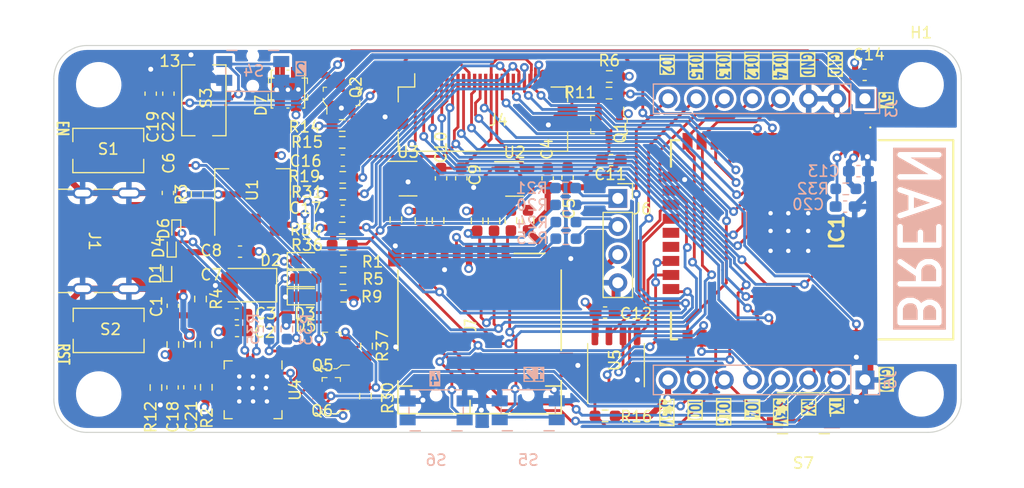
<source format=kicad_pcb>
(kicad_pcb (version 20221018) (generator pcbnew)
  (layers (0 "F.Cu" signal) (1 "In1.Cu" power "3.3v") (2 "In2.Cu" power "GND") (31 "B.Cu" signal) (34 "B.Paste" user) (35 "F.Paste" user) (36 "B.SilkS" user "B.Silkscreen") (37 "F.SilkS" user "F.Silkscreen") (38 "B.Mask" user) (39 "F.Mask" user) (44 "Edge.Cuts" user))
  (net 0 "")
  (net 2 "GND")
  (net 3 "/VCC_ESP")
  (net 4 "/EN")
  (net 5 "/CSI_D4")
  (net 6 "/CSI_D5")
  (net 7 "/CAM_RST")
  (net 8 "/CSI_D6")
  (net 9 "/CSI_D7")
  (net 10 "/CAM_PWR")
  (net 11 "/LED")
  (net 12 "/CSI_VSYNC")
  (net 13 "/TWI_SDA")
  (net 14 "/TWI_SCK")
  (net 15 "/HS2_CLK")
  (net 16 "/HS2_DATA2")
  (net 17 "/HS2_DATA3")
  (net 18 "/SD2")
  (net 19 "/SD3")
  (net 20 "/CMD")
  (net 21 "/CLK")
  (net 22 "/SD0")
  (net 23 "/SD1")
  (net 24 "/HS2_CMD")
  (net 25 "/HS2_DATA0")
  (net 26 "/CSI_MCLK")
  (net 27 "/HS2_DATA1")
  (net 28 "/I016")
  (net 29 "/PSRAM_CLK")
  (net 30 "/CSI_D0")
  (net 31 "/CSI_D1")
  (net 32 "/CSI_D2")
  (net 33 "/CSI_D3")
  (net 34 "/RXD0")
  (net 35 "/TXD0")
  (net 36 "/CSI_PCLK")
  (net 37 "/CSI_HSYNC")
  (net 38 "/USB_PWR")
  (net 39 "/DATA+")
  (net 40 "/DATA-")
  (net 41 "Net-(Q1-G)")
  (net 42 "/CSI_2.8V")
  (net 43 "/CSI_1.2V")
  (net 44 "/RTS")
  (net 45 "/DTR")
  (net 46 "/RXD")
  (net 47 "/TXD")
  (net 48 "Net-(D5-A)")
  (net 49 "Net-(Q5-B)")
  (net 51 "Net-(J6-Pin_2)")
  (net 52 "Net-(Q6-B)")
  (net 54 "Net-(D2-A)")
  (net 55 "Net-(D3-A)")
  (net 56 "Net-(J1-CC1)")
  (net 58 "Net-(J1-CC2)")
  (net 62 "Net-(J4-Pin_17)")
  (net 64 "Net-(J6-Pin_1)")
  (net 65 "Net-(U4-~{RST})")
  (net 66 "Net-(U4-VBUS)")
  (net 67 "Net-(U4-SUSPEND)")
  (net 85 "Net-(D7-K)")
  (net 86 "Net-(Q2-B)")
  (net 87 "Net-(#FLG02-pwr)")
  (footprint "Connector_USB:USB_C_Receptacle_GCT_USB4105-xx-A_16P_TopMnt_Horizontal" (layer "F.Cu") (at 153.925 86.5 -90)
    (fp_text reference "J1")
    (fp_text value "USB_C_Receptacle")
  )
  (footprint "Resistor_SMD:R_0603_1608Metric_Pad0.98x0.95mm_HandSolder" (layer "F.Cu") (at 183.4218 84.6582 -90)
    (fp_text reference "R28" hide)
    (fp_text value "47k")
  )
  (footprint "Capacitor_SMD:C_0603_1608Metric_Pad1.08x0.95mm_HandSolder" (layer "F.Cu") (at 196.6625 80.7966 -90)
    (fp_text reference "C5")
    (fp_text value "0.1uF")
  )
  (footprint "LED_SMD:LED_0603_1608Metric_Pad1.05x0.95mm_HandSolder" (layer "F.Cu") (at 173 89.9)
    (fp_text reference "D3")
    (fp_text value "LED")
  )
  (footprint "Resistor_SMD:R_0603_1608Metric_Pad0.98x0.95mm_HandSolder" (layer "F.Cu") (at 190.0174 84.6836 -90)
    (fp_text reference "R23" hide)
    (fp_text value "47k")
  )
  (footprint "digikey-footprints:SOT-23-3" (layer "F.Cu") (at 200.4 76 -90)
    (fp_text reference "Q1")
    (fp_text value "PMOS")
  )
  (footprint "Button_Switch_SMD:SW_Tactile_SPST_NO_Straight_CK_PTS636Sx25SMTRLFS" (layer "F.Cu") (at 155.1686 78.3336)
    (fp_text reference "S1")
    (fp_text value "B3U-1000P")
  )
  (footprint "Resistor_SMD:R_0603_1608Metric_Pad0.98x0.95mm_HandSolder" (layer "F.Cu") (at 200.425 71.65)
    (fp_text reference "R6")
    (fp_text value "10k")
  )
  (footprint "Capacitor_SMD:C_0603_1608Metric_Pad1.08x0.95mm_HandSolder" (layer "F.Cu") (at 187.0591 80.8474 -90)
    (fp_text reference "C9")
    (fp_text value "10uF")
  )
  (footprint "Button_Switch_SMD:Panasonic_EVQPUM_EVQPUD" (layer "F.Cu") (at 217.967 102.0708 180)
    (fp_text reference "S7")
    (fp_text value "B3U-1000P")
  )
  (footprint "Resistor_SMD:R_0603_1608Metric_Pad0.98x0.95mm_HandSolder" (layer "F.Cu") (at 176.4125 88.3 180)
    (fp_text reference "R1")
    (fp_text value "5.1k")
  )
  (footprint "MountingHole:MountingHole_3.7mm" (layer "F.Cu") (at 228.6 100.33)
    (fp_text reference "H4" hide)
    (fp_text value "MountingHole_Pad")
  )
  (footprint "Capacitor_SMD:C_0603_1608Metric_Pad1.08x0.95mm_HandSolder" (layer "F.Cu") (at 162.5 99.725 -90)
    (fp_text reference "C21")
    (fp_text value "0.1uF")
  )
  (footprint "Resistor_SMD:R_0603_1608Metric_Pad0.98x0.95mm_HandSolder" (layer "F.Cu") (at 176.3025 85.344)
    (fp_text reference "R34")
    (fp_text value "4.7k")
  )
  (footprint "Resistor_SMD:R_0603_1608Metric_Pad0.98x0.95mm_HandSolder" (layer "F.Cu") (at 164.025 99.725 90)
    (fp_text reference "R2")
    (fp_text value "R")
  )
  (footprint "Capacitor_SMD:C_0603_1608Metric_Pad1.08x0.95mm_HandSolder" (layer "F.Cu") (at 166.7764 93.1164 180)
    (fp_text reference "C3")
    (fp_text value "C_Small")
  )
  (footprint "Resistor_SMD:R_0603_1608Metric_Pad0.98x0.95mm_HandSolder" (layer "F.Cu") (at 176.3525 82.265)
    (fp_text reference "R31")
    (fp_text value "4.7k")
  )
  (footprint "LED_SMD:LED_0603_1608Metric_Pad1.05x0.95mm_HandSolder" (layer "F.Cu") (at 173 91.54)
    (fp_text reference "D5")
    (fp_text value "LED")
  )
  (footprint "LED_SMD:LED_Kingbright_AAA3528ESGCT" (layer "F.Cu") (at 171.4 72.79 -90)
    (fp_text reference "D7")
    (fp_text value "LED")
  )
  (footprint "MountingHole:MountingHole_3.7mm" (layer "F.Cu") (at 154.305 72.39)
    (fp_text reference "H2" hide)
    (fp_text value "MountingHole_Pad")
  )
  (footprint "Capacitor_SMD:C_0603_1608Metric_Pad1.08x0.95mm_HandSolder" (layer "F.Cu") (at 200.05 92.975)
    (fp_text reference "C12")
    (fp_text value "1uF")
  )
  (footprint "Capacitor_SMD:C_0603_1608Metric_Pad1.08x0.95mm_HandSolder" (layer "F.Cu") (at 160.5534 82.169 90)
    (fp_text reference "C6")
    (fp_text value "10uF")
  )
  (footprint "Capacitor_SMD:C_0603_1608Metric_Pad1.08x0.95mm_HandSolder" (layer "F.Cu") (at 200.6 79.2)
    (fp_text reference "C11")
    (fp_text value "10uF")
  )
  (footprint "Button_Switch_SMD:SW_Tactile_SPST_NO_Straight_CK_PTS636Sx25SMTRLFS" (layer "F.Cu") (at 163.8 73.8 90)
    (fp_text reference "S3")
    (fp_text value "B3U-1000P")
  )
  (footprint "Resistor_SMD:R_0603_1608Metric_Pad0.98x0.95mm_HandSolder" (layer "F.Cu") (at 176.43 91.5 180)
    (fp_text reference "R9")
    (fp_text value "R")
  )
  (footprint "Capacitor_SMD:C_0603_1608Metric_Pad1.08x0.95mm_HandSolder" (layer "F.Cu") (at 167.07 87.47 180)
    (fp_text reference "C8")
    (fp_text value "10uF")
  )
  (footprint "LED_SMD:LED_0603_1608Metric_Pad1.05x0.95mm_HandSolder" (layer "F.Cu") (at 173 88.3)
    (fp_text reference "D2")
    (fp_text value "LED")
  )
  (footprint "Button_Switch_SMD:SW_Tactile_SPST_NO_Straight_CK_PTS636Sx25SMTRLFS" (layer "F.Cu") (at 155.2 94.5896)
    (fp_text reference "S2")
    (fp_text value "B3U-1000P")
  )
  (footprint "Capacitor_SMD:C_0603_1608Metric_Pad1.08x0.95mm_HandSolder" (layer "F.Cu") (at 161 92.3625 -90)
    (fp_text reference "C1")
    (fp_text value "C_Small")
  )
  (footprint "Resistor_SMD:R_0603_1608Metric_Pad0.98x0.95mm_HandSolder" (layer "F.Cu") (at 163.195 82.296 90)
    (fp_text reference "R3")
    (fp_text value "5.1k")
  )
  (footprint "Resistor_SMD:R_0603_1608Metric_Pad0.98x0.95mm_HandSolder" (layer "F.Cu") (at 193.09 84.65 90)
    (fp_text reference "R7" hide)
    (fp_text value "1k")
  )
  (footprint "Package_TO_SOT_SMD:SOT-23-5" (layer "F.Cu") (at 191.8716 80.899)
    (fp_text reference "U2")
    (fp_text value "RT9013-12")
  )
  (footprint "Diode_SMD:D_SOD-923" (layer "F.Cu") (at 161.3154 85.471 -90)
    (fp_text reference "D6")
    (fp_text value "SZESD9B5.0ST5G")
  )
  (footprint "Connector_PinSocket_2.54mm:PinSocket_1x04_P2.54mm_Vertical" (layer "F.Cu") (at 201.2 82.66)
    (fp_text reference "J6")
    (fp_text value "Conn_01x04")
  )
  (footprint "Resistor_SMD:R_0603_1608Metric_Pad0.98x0.95mm_HandSolder" (layer "F.Cu") (at 159.475 99.75 -90)
    (fp_text reference "R12")
    (fp_text value "R")
  )
  (footprint "Capacitor_SMD:C_0603_1608Metric_Pad1.08x0.95mm_HandSolder" (layer "F.Cu") (at 160.6 73.2 90)
    (fp_text reference "C22")
    (fp_text value "0.1uF")
  )
  (footprint "Capacitor_SMD:C_0603_1608Metric_Pad1.08x0.95mm_HandSolder" (layer "F.Cu") (at 194.8625 80.85 -90)
    (fp_text reference "C4")
    (fp_text value "10uF")
  )
  (footprint "KiCad:ESP32S" (layer "F.Cu") (at 218.75 86.4 -90)
    (fp_text reference "IC1")
    (fp_text value "ESP-32S" hide)
  )
  (footprint "Resistor_SMD:R_0603_1608Metric_Pad0.98x0.95mm_HandSolder" (layer "F.Cu") (at 184.9628 84.6582 -90)
    (fp_text reference "R27" hide)
    (fp_text value "47k")
  )
  (footprint "Capacitor_SMD:C_0603_1608Metric_Pad1.08x0.95mm_HandSolder" (layer "F.Cu") (at 160.975 99.7375 90)
    (fp_text reference "C18")
    (fp_text value "C_Small")
  )
  (footprint "Resistor_SMD:R_0603_1608Metric_Pad0.98x0.95mm_HandSolder" (layer "F.Cu") (at 164 95.8625 90)
    (fp_text reference "R10" hide)
    (fp_text value "R")
  )
  (footprint "digikey-footprints:SOT-23-3" (layer "F.Cu") (at 176.2404 73.4482 90)
    (fp_text reference "Q2")
    (fp_text value "S8050")
  )
  (footprint "Resistor_SMD:R_0603_1608Metric_Pad0.98x0.95mm_HandSolder" (layer "F.Cu") (at 188.4934 84.6836 -90)
    (fp_text reference "R26" hide)
    (fp_text value "47k")
  )
  (footprint "Capacitor_Tantalum_SMD:CP_EIA-3528-15_AVX-H_Pad1.50x2.35mm_HandSolder" (layer "F.Cu") (at 167.75 90.5 180)
    (fp_text reference "C7")
    (fp_text value "100uF")
  )
  (footprint "MountingHole:MountingHole_3.7mm" (layer "F.Cu") (at 228.6 72.39)
    (fp_text reference "H1")
    (fp_text value "MountingHole_Pad")
  )
  (footprint "Resistor_SMD:R_0603_1608Metric_Pad0.98x0.95mm_HandSolder" (layer "F.Cu") (at 163.5 91.75 -90)
    (fp_text reference "R4")
    (fp_text value "5.1k")
  )
  (footprint "Diode_SMD:D_SOD-923" (layer "F.Cu") (at 160.9 87.1 90)
    (fp_text reference "D4")
    (fp_text value "SZESD9B5.0ST5G")
  )
  (footprint "Resistor_SMD:R_0603_1608Metric_Pad0.98x0.95mm_HandSolder" (layer "F.Cu") (at 161 95.8625 -90)
    (fp_text reference "R29" hide)
    (fp_text value "12K")
  )
  (footprint "Resistor_SMD:R_0603_1608Metric_Pad0.98x0.95mm_HandSolder" (layer "F.Cu") (at 176.3475 80.76)
    (fp_text reference "R19")
    (fp_text value "1k")
  )
  (footprint "Resistor_SMD:R_0603_1608Metric_Pad0.98x0.95mm_HandSolder" (layer "F.Cu") (at 178.4 100.525 90)
    (fp_text reference "R30")
    (fp_text value "10k")
  )
  (footprint "Package_TO_SOT_SMD:SOT-223-3_TabPin2" (layer "F.Cu") (at 168.2 81.89 90)
    (fp_text reference "U1")
    (fp_text value "AMS1117-3.3")
  )
  (footprint "MountingHole:MountingHole_3.7mm" (layer "F.Cu") (at 154.305 100.33)
    (fp_text reference "H3" hide)
    (fp_text value "MountingHole_Pad")
  )
  (footprint "digikey-footprints:SOT-23-3" (layer "F.Cu") (at 175.3125 100.5 180)
    (fp_text reference "Q6")
    (fp_text value "S8050")
  )
  (footprint "digikey-footprints:SOT-23-3" (layer "F.Cu") (at 175.3625 96.4 180)
    (fp_text reference "Q5")
    (fp_text value "S8050")
  )
  (footprint "Capacitor_SMD:C_0603_1608Metric_Pad1.08x0.95mm_HandSolder" (layer "F.Cu") (at 176.3525 83.79)
    (fp_text reference "C17")
    (fp_text value "0.1uF")
  )
  (footprint "Resistor_SMD:R_0603_1608Metric_Pad0.98x0.95mm_HandSolder" (layer "F.Cu") (at 176.3025 76.073)
    (fp_text reference "R14")
    (fp_text value "1k")
  )
  (footprint "Diode_SMD:D_SOD-923" (layer "F.Cu") (at 160.5 89.3101 90)
    (fp_text reference "D1")
    (fp_text value "SZESD9B5.0ST5G")
  )
  (footprint "digikey-footprints:PROBE_PAD_1206" (layer "F.Cu") (at 171.4 72.79)
    (fp_text reference "REF**" hide)
    (fp_text value "PROBE_PAD_1206")
  )
  (footprint "Resistor_SMD:R_0603_1608Metric_Pad0.98x0.95mm_HandSolder" (layer "F.Cu") (at 176.3025 86.868)
    (fp_text reference "R36")
    (fp_text value "4.7k")
  )
  (footprint "Resistor_SMD:R_0603_1608Metric_Pad0.98x0.95mm_HandSolder" (layer "F.Cu") (at 191.5414 84.6582 -90)
    (fp_text reference "R22" hide)
    (fp_text value "47k")
  )
  (footprint "Resistor_SMD:R_0603_1608Metric_Pad0.98x0.95mm_HandSolder" (layer "F.Cu") (at 162.5 95.8575 -90)
    (fp_text reference "R8" hide)
    (fp_text value "R")
  )
  (footprint "Package_TO_SOT_SMD:SOT-23-5" (layer "F.Cu") (at 182.25 80.875)
    (fp_text reference "U3")
    (fp_text value "RT9013-28")
  )
  (footprint "Capacitor_SMD:C_0603_1608Metric_Pad1.08x0.95mm_HandSolder" (layer "F.Cu") (at 185.2303 80.8474 -90)
    (fp_text reference "C10")
    (fp_text value "0.1uF")
  )
  (footprint "Capacitor_SMD:C_0603_1608Metric_Pad1.08x0.95mm_HandSolder" (layer "F.Cu") (at 159 73.2 -90)
    (fp_text reference "C19")
    (fp_text value "C_Small")
  )
  (footprint "Resistor_SMD:R_0603_1608Metric_Pad0.98x0.95mm_HandSolder" (layer "F.Cu") (at 200.406 73.152 180)
    (fp_text reference "R11")
    (fp_text value "1k")
  )
  (footprint "MICRO SD forum:J_SD_Card-micro_socket_A" (layer "F.Cu") (at 187.834968 94.634355 180)
    (fp_text reference "J7")
    (fp_text value "Micro_SD_Card_Det1" hide)
  )
  (footprint "Capacitor_SMD:C_0603_1608Metric_Pad1.08x0.95mm_HandSolder" (layer "F.Cu") (at 166.8018 94.6404 180)
    (fp_text reference "C2")
    (fp_text value "C_Small")
  )
  (footprint "Package_DFN_QFN:QFN-28-1EP_5x5mm_P0.5mm_EP3.35x3.35mm" (layer "F.Cu") (at 168.25 99.95 -90)
    (fp_text reference "U4")
    (fp_text value "CP2102N-Axx-xQFN28")
  )
  (footprint "Package_SO:SOP-8_3.9x4.9mm_P1.27mm" (layer "F.Cu") (at 201.035 97.725 90)
    (fp_text reference "U5")
    (fp_text value "MX25R3235FM1xx1")
  )
  (footprint "Capacitor_SMD:C_0603_1608Metric_Pad1.08x0.95mm_HandSolder" (layer "F.Cu") (at 176.3575 79.24 180)
    (fp_text reference "C16")
    (fp_text value "15pF")
  )
  (footprint "Resistor_SMD:R_0603_1608Metric_Pad0.98x0.95mm_HandSolder" (layer "F.Cu") (at 176.3025 77.597)
    (fp_text reference "R15")
    (fp_text value "10k")
  )
  (footprint "Resistor_SMD:R_0603_1608Metric_Pad0.98x0.95mm_HandSolder" (layer "F.Cu") (at 200.0504 102.3112 180)
    (fp_text reference "R16")
    (fp_text value "10k")
  )
  (footprint "Resistor_SMD:R_0603_1608Metric_Pad0.98x0.95mm_HandSolder" (layer "F.Cu") (at 176.3625 89.9 180)
    (fp_text reference "R5")
    (fp_text value "R")
  )
  (footprint "Connector_FFC-FPC:Hirose_FH12-24S-0.5SH_1x24-1MP_P0.50mm_Horizontal" (layer "F.Cu") (at 189.0125 73.9)
    (fp_text reference "J4")
    (fp_text value "Conn_01x24")
  )
  (footprint "Resistor_SMD:R_0603_1608Metric_Pad0.98x0.95mm_HandSolder" (layer "F.Cu") (at 178.5 96 -90)
    (fp_text reference "R37")
    (fp_text value "10k")
  )
  (footprint "Resistor_SMD:R_0603_1608Metric_Pad0.98x0.95mm_HandSolder" (layer "F.Cu") (at 181.15 84.5875 90)
    (fp_text reference "R13" hide)
    (fp_text value "1k")
  )
  (footprint "Capacitor_SMD:C_0603_1608Metric_Pad1.08x0.95mm_HandSolder" (layer "F.Cu") (at 223.5 71.5)
    (fp_text reference "C14")
    (fp_text value "0.1uF")
  )
  (footprint "Connector_PinHeader_2.54mm:PinHeader_1x08_P2.54mm_Vertical" (layer "B.Cu") (at 223.52 99.06 90)
    (fp_text reference "J5")
    (fp_text value "Conn_01x08")
  )
  (footprint "Capacitor_SMD:C_0603_1608Metric_Pad1.08x0.95mm_HandSolder" (layer "B.Cu") (at 222.9375 80.2)
    (fp_text reference "C13")
    (fp_text value "0.1uF")
  )
  (footprint "Resistor_SMD:R_0603_1608Metric_Pad0.98x0.95mm_HandSolder" (layer "B.Cu") (at 169.7 94.4625 -90)
    (fp_text reference "R35")
    (fp_text value "0R")
  )
  (footprint "Button_Switch_SMD:Panasonic_EVQPUM_EVQPUD" (layer "B.Cu") (at 193.105 101.8)
    (fp_text reference "S5")
    (fp_text value "B3U-1000P")
  )
  (footprint "Button_Switch_SMD:Panasonic_EVQPUM_EVQPUD" (layer "B.Cu") (at 168.22 71.1454 180)
    (fp_text reference "S4")
    (fp_text value "B3U-1000P")
  )
  (footprint "Button_Switch_SMD:Panasonic_EVQPUM_EVQPUD" (layer "B.Cu") (at 184.785 101.81)
    (fp_text reference "S6")
    (fp_text value "B3U-1000P")
  )
  (footprint "Capacitor_SMD:C_0603_1608Metric_Pad1.08x0.95mm_HandSolder" (layer "B.Cu") (at 221.7375 83.4)
    (fp_text reference "C20")
    (fp_text value "0.1uF")
  )
  (footprint "Resistor_SMD:R_0603_1608Metric_Pad0.98x0.95mm_HandSolder" (layer "B.Cu") (at 196.4875 83.25 180)
    (fp_text reference "R20")
    (fp_text value "R")
  )
  (footprint "Resistor_SMD:R_0603_1608Metric_Pad0.98x0.95mm_HandSolder" (layer "B.Cu") (at 221.8 81.8 180)
    (fp_text reference "R32")
    (fp_text value "12k")
  )
  (footprint "Resistor_SMD:R_0603_1608Metric_Pad0.98x0.95mm_HandSolder" (layer "B.Cu") (at 196.5125 84.8)
    (fp_text reference "R24")
    (fp_text value "R")
  )
  (footprint "Resistor_SMD:R_0603_1608Metric_Pad0.98x0.95mm_HandSolder" (layer "B.Cu") (at 196.5125 86.3)
    (fp_text reference "R25")
    (fp_text value "R")
  )
  (footprint "Connector_PinHeader_2.54mm:PinHeader_1x08_P2.54mm_Vertical" (layer "B.Cu") (at 223.52 73.66 90)
    (fp_text reference "J3")
    (fp_text value "Conn_01x08")
  )
  (footprint "Resistor_SMD:R_0603_1608Metric_Pad0.98x0.95mm_HandSolder" (layer "B.Cu") (at 196.475 81.725 180)
    (fp_text reference "R21")
    (fp_text value "R")
  )
  (footprint "Resistor_SMD:R_0603_1608Metric_Pad0.98x0.95mm_HandSolder" (layer "B.Cu") (at 171.3 94.4625 -90)
    (fp_text reference "R33")
    (fp_text value "0R")
  )
  (gr_line (start 232.225 71.85) (end 232.225 100.8) (stroke (width 0.1)) (layer "Edge.Cuts"))
  (gr_line (start 150.25 100.8) (end 150.25 71.85) (stroke (width 0.1)) (layer "Edge.Cuts"))
  (gr_arc (start 229.225 68.85) (mid 231.34632 69.72868) (end 232.225 71.85) (stroke (width 0.1)) (layer "Edge.Cuts"))
  (gr_line (start 153.25 68.85) (end 229.225 68.85) (stroke (width 0.1)) (layer "Edge.Cuts"))
  (gr_line (start 229.225 103.8) (end 153.25 103.8) (stroke (width 0.1)) (layer "Edge.Cuts"))
  (gr_arc (start 153.25 103.8) (mid 151.12868 102.92132) (end 150.25 100.8) (stroke (width 0.1)) (layer "Edge.Cuts"))
  (gr_arc (start 232.225 100.8) (mid 231.34632 102.92132) (end 229.225 103.8) (stroke (width 0.1)) (layer "Edge.Cuts"))
  (gr_arc (start 150.25 71.85) (mid 151.12868 69.72868) (end 153.25 68.85) (stroke (width 0.1)) (layer "Edge.Cuts"))
  (gr_text "2" (at 173.1264 71.5772) (layer "B.SilkS" knockout) (effects (font (size 1 1)) (justify left bottom mirror)))
  (gr_text "4" (at 185.2676 99.5934) (layer "B.SilkS" knockout) (effects (font (size 1 1)) (justify left bottom mirror)))
  (gr_text locked "BREAN" (at 228.2952 95.0468 270) (layer "B.SilkS" knockout) (effects (font (size 3.5 3.5) (thickness 0.5)) (justify left mirror)))
  (gr_text "12" (at 194.6656 99.187) (layer "B.SilkS" knockout) (effects (font (size 1 1)) (justify left bottom mirror)))
  (gr_text "IO15" (at 207.62 69.36 270) (layer "F.SilkS" knockout) (effects (font (size 1 0.7) (thickness 0.175) bold) (justify left bottom)))
  (gr_text "3.3V" (at 215.28 100.71 270) (layer "F.SilkS" knockout) (effects (font (size 1 0.7) (thickness 0.175) bold) (justify left bottom)))
  (gr_text "RST" (at 150.53 95.66 -90) (layer "F.SilkS") (effects (font (size 1 0.7) (thickness 0.175) bold) (justify left bottom)))
  (gr_text "GND" (at 224.82 97.82 270) (layer "F.SilkS" knockout) (effects (font (size 1 0.7) (thickness 0.175) bold) (justify left bottom)))
  (gr_text "RX" (at 217.81 100.71 270) (layer "F.SilkS" knockout) (effects (font (size 1 0.7) (thickness 0.175) bold) (justify left bottom)))
  (gr_text "IO14" (at 215.21 69.33 270) (layer "F.SilkS" knockout) (effects (font (size 1 0.7) (thickness 0.175) bold) (justify left bottom)))
  (gr_text "IO0" (at 207.55 100.77 270) (layer "F.SilkS" knockout) (effects (font (size 1 0.7) (thickness 0.175) bold) (justify left bottom)))
  (gr_text "13\n" (at 159.6898 70.8406) (layer "F.SilkS") (effects (font (size 1 1)) (justify left bottom)))
  (gr_text "IO4" (at 212.7 100.71 270) (layer "F.SilkS" knockout) (effects (font (size 1 0.7) (thickness 0.175) bold) (justify left bottom)))
  (gr_text "GND" (at 217.72 69.38 270) (layer "F.SilkS" knockout) (effects (font (size 1 0.7) (thickness 0.175) bold) (justify left bottom)))
  (gr_text "EN" (at 150.46 75.55 -90) (layer "F.SilkS") (effects (font (size 1 0.7) (thickness 0.175) bold) (justify left bottom)))
  (gr_text "3.3V" (at 205 100.74 270) (layer "F.SilkS" knockout) (effects (font (size 1 0.7) (thickness 0.175) bold) (justify left bottom)))
  (gr_text "IO13" (at 210.13 69.33 270) (layer "F.SilkS" knockout) (effects (font (size 1 0.7) (thickness 0.175) bold) (justify left bottom)))
  (gr_text "5V" (at 224.81 73.01 270) (layer "F.SilkS" knockout) (effects (font (size 1 0.7) (thickness 0.175) bold) (justify left bottom)))
  (gr_text "TX" (at 220.35 100.71 270) (layer "F.SilkS" knockout) (effects (font (size 1 0.7) (thickness 0.175) bold) (justify left bottom)))
  (gr_text "IO12" (at 212.68 69.33 270) (layer "F.SilkS" knockout) (effects (font (size 1 0.7) (thickness 0.175) bold) (justify left bottom)))
  (gr_text "GND" (at 220.21 69.38 270) (layer "F.SilkS" knockout) (effects (font (size 1 0.7) (thickness 0.175) bold) (justify left bottom)))
  (gr_text "IO2" (at 205.03 69.59 270) (layer "F.SilkS" knockout) (effects (font (size 1 0.7) (thickness 0.175) bold) (justify left bottom)))
  (gr_text "IO16" (at 210.13 100.6 270) (layer "F.SilkS" knockout) (effects (font (size 1 0.7) (thickness 0.175) bold) (justify left bottom)))
  (segment (start 224.845 75.447406) (end 224.01 76.282406) (width 0.55) (layer "F.Cu") (net 2))
  (segment (start 220.98 73.66) (end 220.98 75.1078) (width 0.55) (layer "F.Cu") (net 2))
  (segment (start 165.9 87.1625) (end 166.2075 87.47) (width 0.55) (layer "F.Cu") (net 2))
  (segment (start 200.9125 92.975) (end 200.9125 90.5675) (width 0.55) (layer "F.Cu") (net 2))
  (segment (start 161.3264 85.04) (end 161.3154 85.051) (width 0.55) (layer "F.Cu") (net 2))
  (segment (start 220.163 101.5998) (end 220.542 101.2208) (width 0.55) (layer "F.Cu") (net 2))
  (segment (start 180.975 72.2884) (end 180.975 74.8303) (width 0.254) (layer "F.Cu") (net 2))
  (segment (start 194.9159 81.6591) (end 194.8625 81.7125) (width 0.55) (layer "F.Cu") (net 2))
  (segment (start 151.2936 78.3336) (end 151.2936 80.6236) (width 0.55) (layer "F.Cu") (net 2))
  (segment (start 196.5464 71.1714) (end 197.05 71.675) (width 0.254) (layer "F.Cu") (net 2))
  (segment (start 187.7625 71.2928) (end 187.0055 70.5358) (width 0.254) (layer "F.Cu") (net 2))
  (segment (start 197.05 71.675) (end 197.05 74.9125) (width 0.254) (layer "F.Cu") (net 2))
  (segment (start 174.468 83.79) (end 174.4472 83.7692) (width 0.55) (layer "F.Cu") (net 2))
  (segment (start 159.4101 90.82) (end 160.5 89.7301) (width 0.55) (layer "F.Cu") (net 2))
  (segment (start 194.8625 81.7125) (end 194.8625 83.7744) (width 0.55) (layer "F.Cu") (net 2))
  (segment (start 151.3444 92.3256) (end 152.85 90.82) (width 0.55) (layer "F.Cu") (net 2))
  (segment (start 220.98 75.1078) (end 221.0054 75.1332) (width 0.55) (layer "F.Cu") (net 2))
  (segment (start 224.01 77.5) (end 224.01 78.631) (width 0.55) (layer "F.Cu") (net 2))
  (segment (start 197.59 97.75) (end 196.5875 97.75) (width 0.55) (layer "F.Cu") (net 2))
  (segment (start 163.5 94.5) (end 164 95) (width 0.55) (layer "F.Cu") (net 2))
  (segment (start 223.61 97) (end 222.75 97) (width 0.55) (layer "F.Cu") (net 2))
  (segment (start 166.125 90.5) (end 166.125 87.5525) (width 0.55) (layer "F.Cu") (net 2))
  (segment (start 175.485 79.25) (end 175.495 79.24) (width 0.55) (layer "F.Cu") (net 2))
  (segment (start 168.75 97.5) (end 168.75 99.45) (width 0.254) (layer "F.Cu") (net 2))
  (segment (start 162.8875 93.225) (end 163.5 92.6125) (width 0.55) (layer "F.Cu") (net 2))
  (segment (start 194.2625 72.05) (end 194.2625 71.2928) (width 0.254) (layer "F.Cu") (net 2))
  (segment (start 151.2936 80.6236) (end 152.85 82.18) (width 0.55) (layer "F.Cu") (net 2))
  (segment (start 206.965 80.69) (end 206 80.69) (width 0.254) (layer "F.Cu") (net 2))
  (segment (start 199.0034 81.6591) (end 196.6625 81.6591) (width 0.55) (layer "F.Cu") (net 2))
  (segment (start 196.6625 81.6591) (end 194.9159 81.6591) (width 0.55) (layer "F.Cu") (net 2))
  (segment (start 166.125 90.5) (end 166.125 91.6025) (width 0.55) (layer "F.Cu") (net 2))
  (segment (start 171.1976 91.54) (end 171.1706 91.567) (width 0.55) (layer "F.Cu") (net 2))
  (segment (start 175.2904 74.4982) (end 176.2252 74.4982) (width 0.55) (layer "F.Cu") (net 2))
  (segment (start 185.55 87.6125) (end 185.55 89.1002) (width 0.55) (layer "F.Cu") (net 2))
  (segment (start 157.03 82.18) (end 159.4575 82.18) (width 0.55) (layer "F.Cu") (net 2))
  (segment (start 220.542 101.2208) (end 222.5292 101.2208) (width 0.55) (layer "F.Cu") (net 2))
  (segment (start 185.2303 81.7099) (end 187.0591 81.7099) (width 0.55) (layer "F.Cu") (net 2))
  (segment (start 161.3875 72.3375) (end 163.8 69.925) (width 0.55) (layer "F.Cu") (net 2))
  (segment (start 160.6 72.3375) (end 161.3875 72.3375) (width 0.55) (layer "F.Cu") (net 2))
  (segment (start 159.475 100.920896) (end 159.871152 101.317048) (width 0.55) (layer "F.Cu") (net 2))
  (segment (start 157.605 89.7) (end 157.605 89.83) (width 0.55) (layer "F.Cu") (net 2))
  (segment (start 180.975 74.8303) (end 180.5053 75.3) (width 0.254) (layer "F.Cu") (net 2))
  (segment (start 162.64 69.69) (end 163.565 69.69) (width 0.55) (layer "F.Cu") (net 2))
  (segment (start 168.75 99.45) (end 168.25 99.95) (width 0.254) (layer "F.Cu") (net 2))
  (segment (start 195.65 75.3) (end 196.6625 75.3) (width 0.55) (layer "F.Cu") (net 2))
  (segment (start 163.5 92.6125) (end 164.0125 92.6125) (width 0.55) (layer "F.Cu") (net 2))
  (segment (start 182.25 81.170037) (end 181.954963 80.875) (width 0.55) (layer "F.Cu") (net 2))
  (segment (start 163.068 81.3065) (end 163.195 81.4335) (width 0.55) (layer "F.Cu") (net 2))
  (segment (start 159.475 100.6125) (end 159.475 100.920896) (width 0.55) (layer "F.Cu") (net 2))
  (segment (start 159.475 100.6125) (end 162.475 100.6125) (width 0.55) (layer "F.Cu") (net 2))
  (segment (start 157.605 83.3) (end 158.3375 83.3) (width 0.55) (layer "F.Cu") (net 2))
  (segment (start 158.3375 83.3) (end 159.4575 82.18) (width 0.55) (layer "F.Cu") (net 2))
  (segment (start 175.44 79.185) (end 175.495 79.24) (width 0.55) (layer "F.Cu") (net 2))
  (segment (start 188.1401 81.7099) (end 187.0591 81.7099) (width 0.55) (layer "F.Cu") (net 2))
  (segment (start 196.9375 88.1125) (end 196.95 88.1) (width 0.55) (layer "F.Cu") (net 2))
  (segment (start 202.94 99.0914) (end 202.94 100.35) (width 0.55) (layer "F.Cu") (net 2))
  (segment (start 194.8625 83.7744) (end 193.0908 85.5461) (width 0.55) (layer "F.Cu") (net 2))
  (segment (start 224.01 95.3) (end 224.01 96.6) (width 0.55) (layer "F.Cu") (net 2))
  (segment (start 189.638198 80.899) (end 188.862198 81.675) (width 0.55) (layer "F.Cu") (net 2))
  (segment (start 188.862198 81.675) (end 188.175 81.675) (width 0.55) (layer "F.Cu") (net 2))
  (segment (start 157.605 89.83) (end 159.3889 91.6139) (width 0.55) (layer "F.Cu") (net 2))
  (segment (start 187.0055 70.5358) (end 182.7276 70.5358) (width 0.254) (layer "F.Cu") (net 2))
  (segment (start 180.5053 75.3) (end 180.175 75.3) (width 0.254) (layer "F.Cu") (net 2))
  (segment (start 196.5875 97.75) (end 196.55 97.7125) (width 0.55) (layer "F.Cu") (net 2))
  (segment (start 160.5534 81.3065) (end 163.068 81.3065) (width 0.55) (layer "F.Cu") (net 2))
  (segment (start 181.954963 80.875) (end 181.1125 80.875) (width 0.55) (layer "F.Cu") (net 2))
  (segment (start 224.01 96.266) (end 224.01 98.57) (width 0.55) (layer "F.Cu") (net 2))
  (segment (start 152.85 90.82) (end 159.4101 90.82) (width 0.55) (layer "F.Cu") (net 2))
  (segment (start 159.004 72.2387) (end 159.004 70.993) (width 0.55) (layer "F.Cu") (net 2))
  (segment (start 163.5 92.6125) (end 163.5 94.5) (width 0.55) (layer "F.Cu") (net 2))
  (segment (start 222.5292 101.2208) (end 222.75 101) (width 0.55) (layer "F.Cu") (net 2))
  (segment (start 181.05 88.1125) (end 181.05 87) (width 0.55) (layer "F.Cu") (net 2))
  (segment (start 164.8716 90.5) (end 166.125 90.5) (width 0.55) (layer "F.Cu") (net 2))
  (segment (start 181.15 86.9) (end 181.1 86.95) (width 0.55) (layer "F.Cu") (net 2))
  (segment (start 165.9 85.04) (end 161.3264 85.04) (width 0.55) (layer "F.Cu") (net 2))
  (segment (start 181.14 96.08) (end 181.14 97.6225) (width 0.55) (layer "F.Cu") (net 2))
  (segment (start 181.14 97.6225) (end 181.05 97.7125) (width 0.55) (layer "F.Cu") (net 2))
  (segment (start 164.846 90.5256) (end 164.8716 90.5) (width 0.55) (layer "F.Cu") (net 2))
  (segment (start 175.485 80.76) (end 174.4338 80.76) (width 0.55) (layer "F.Cu") (net 2))
  (segment (start 166.1575 87.52) (end 166.2075 87.47) (width 0.55) (layer "F.Cu") (net 2))
  (segment (start 166.125 91.6025) (end 167.6389 93.1164) (width 0.55) (layer "F.Cu") (net 2))
  (segment (start 160.9 87.52) (end 166.1575 87.52) (width 0.55) (layer "F.Cu") (net 2))
  (segment (start 164.0125 92.6125) (end 166.125 90.5) (width 0.55) (layer "F.Cu") (net 2))
  (segment (start 194.2625 71.2928) (end 194.3839 71.1714) (width 0.254) (layer "F.Cu") (net 2))
  (segment (start 223.52 100.23) (end 222.75 101) (width 0.55) (layer "F.Cu") (net 2))
  (segment (start 185.55 89.1002) (end 185.547 89.1032) (width 0.55) (layer "F.Cu") (net 2))
  (segment (start 224.01 76.282406) (end 224.01 77.5) (width 0.55) (layer "F.Cu") (net 2))
  (segment (start 172.125 91.54) (end 171.1976 91.54) (width 0.55) (layer "F.Cu") (net 2))
  (segment (start 195.65 88.1125) (end 195.6375 88.1125) (width 0.55) (layer "F.Cu") (net 2))
  (segment (start 224.01 78.631) (end 223.7486 78.8924) (width 0.55) (layer "F.Cu") (net 2))
  (segment (start 181.15 85.45) (end 181.15 86.9) (width 0.55) (layer "F.Cu") (net 2))
  (segment (start 161 93.225) (end 162.8875 93.225) (width 0.55) (layer "F.Cu") (net 2))
  (segment (start 201.4625 79.2) (end 199.0034 81.6591) (width 0.55) (layer "F.Cu") (net 2))
  (segment (start 165.9 85.04) (end 165.9 87.1625) (width 0.55) (layer "F.Cu") (net 2))
  (segment (start 167.6389 94.615) (end 167.6643 94.6404) (width 0.55) (layer "F.Cu") (net 2))
  (segment (start 181.05 87) (end 181.1 86.95) (width 0.55) (layer "F.Cu") (net 2))
  (segment (start 162.475 100.6125) (end 162.5 100.5875) (width 0.55) (layer "F.Cu") (net 2))
  (segment (start 200.9125 90.5675) (end 201.2 90.28) (width 0.55) (layer "F.Cu") (net 2))
  (segment (start 151.3444 94.5896) (end 151.3444 92.3256) (width 0.55) (layer "F.Cu") (net 2))
  (segment (start 159 72.2427) (end 159.004 72.2387) (width 0.55) (layer "F.Cu") (net 2))
  (segment (start 195.6375 88.1125) (end 193.0908 85.5658) (width 0.55) (layer "F.Cu") (net 2))
  (segment (start 159 72.3375) (end 159 72.2427) (width 0.55) (layer "F.Cu") (net 2))
  (segment (start 166.125 87.5525) (end 166.2075 87.47) (width 0.55) (layer "F.Cu") (net 2))
  (segment (start 175.44 77.597) (end 175.44 79.185) (width 0.55) (layer "F.Cu") (net 2))
  (segment (start 195.65 88.1125) (end 196.9375 88.1125) (width 0.55) (layer "F.Cu") (net 2))
  (segment (start 187.7625 72.05) (end 187.7625 71.2928) (width 0.254) (layer "F.Cu") (net 2))
  (segment (start 174.4338 80.76) (end 174.4218 80.772) (width 0.55) (layer "F.Cu") (net 2))
  (segment (start 194.3839 71.1714) (end 196.5464 71.1714) (width 0.254) (layer "F.Cu") (net 2))
  (segment (start 215.771 101.5998) (end 220.163 101.5998) (width 0.55) (layer "F.Cu") (net 2))
  (segment (start 175.485 80.76) (end 175.485 79.25) (width 0.55) (layer "F.Cu") (net 2))
  (segment (start 160.6 72.3375) (end 159 72.3375) (width 0.55) (layer "F.Cu") (net 2))
  (segment (start 224.01 96.6) (end 223.61 97) (width 0.55) (layer "F.Cu") (net 2))
  (segment (start 188.175 81.675) (end 188.1401 81.7099) (width 0.55) (layer "F.Cu") (net 2))
  (segment (start 197.05 74.9125) (end 196.6625 75.3) (width 0.254) (layer "F.Cu") (net 2))
  (segment (start 159.4575 82.18) (end 160.331 81.3065) (width 0.55) (layer "F.Cu") (net 2))
  (segment (start 175.49 83.79) (end 174.468 83.79) (width 0.55) (layer "F.Cu") (net 2))
  (segment (start 207.2375 80.9625) (end 206.965 80.69) (width 0.254) (layer "F.Cu") (net 2))
  (segment (start 202.9714 99.06) (end 202.94 99.0914) (width 0.55) (layer "F.Cu") (net 2))
  (segment (start 182.7276 70.5358) (end 180.975 72.2884) (width 0.254) (layer "F.Cu") (net 2))
  (segment (start 194.925 76.025) (end 195.65 75.3) (width 0.55) (layer "F.Cu") (net 2))
  (segment (start 224.845 71.9825) (end 224.845 75.447406) (width 0.55) (layer "F.Cu") (net 2))
  (segment (start 193.0908 85.5658) (end 193.0908 85.5461) (width 0.55) (layer "F.Cu") (net 2))
  (segment (start 167.6389 93.1164) (end 167.6389 94.615) (width 0.55) (layer "F.Cu") (net 2))
  (segment (start 224.3625 71.5) (end 224.845 71.9825) (width 0.55) (layer "F.Cu") (net 2))
  (segment (start 190.7341 80.899) (end 189.638198 80.899) (width 0.55) (layer "F.Cu") (net 2))
  (segment (start 158.595 90.82) (end 159.3889 91.6139) (width 0.55) (layer "F.Cu") (net 2))
  (segment (start 153.925 82.18) (end 158.105 82.18) (width 0.55) (layer "F.Cu") (net 2))
  (segment (start 159.3889 91.6139) (end 161 93.225) (width 0.55) (layer "F.Cu") (net 2))
  (segment (start 223.52 99.06) (end 223.52 100.23) (width 0.55) (layer "F.Cu") (net 2))
  (segment (start 160.331 81.3065) (end 160.5534 81.3065) (width 0.55) (layer "F.Cu") (net 2))
  (segment (start 157.03 90.82) (end 158.595 90.82) (width 0.55) (layer "F.Cu") (net 2))
  (segment (start 163.565 69.69) (end 163.8 69.925) (width 0.55) (layer "F.Cu") (net 2))
  (segment (start 215.392 101.2208) (end 215.771 101.5998) (width 0.55) (layer "F.Cu") (net 2))
  (segment (start 224.01 95.3) (end 224.01 96.266) (width 0.55) (layer "F.Cu") (net 2))
  (via (at 168.2 99.8) (size 0.8) (drill 0.4) (layers "F.Cu" "B.Cu") (net 2))
  (via (at 202.9714 99.06) (size 0.8) (drill 0.45) (layers "F.Cu" "B.Cu") (net 2))
  (via (at 215 84) (size 0.8) (drill 0.4) (layers "F.Cu" "B.Cu") (net 2))
  (via (at 197.59 97.75) (size 0.8) (drill 0.45) (layers "F.Cu" "B.Cu") (net 2))
  (via (at 216.6 87.4) (size 0.8) (drill 0.4) (layers "F.Cu" "B.Cu") (net 2))
  (via (at 168.25 101) (size 0.8) (drill 0.4) (layers "F.Cu" "B.Cu") (net 2))
  (via (at 174.4218 80.772) (size 0.8) (drill 0.45) (layers "F.Cu" "B.Cu") (net 2))
  (via (at 185.547 89.1032) (size 0.8) (drill 0.45) (layers "F.Cu" "B.Cu") (net 2))
  (via (at 182.25 81.170037) (size 0.8) (drill 0.45) (layers "F.Cu" "B.Cu") (net 2))
  (via (at 162.64 69.69) (size 0.8) (drill 0.45) (layers "F.Cu" "B.Cu") (net 2))
  (via (at 169.5 101) (size 0.8) (drill 0.4) (layers "F.Cu" "B.Cu") (net 2))
  (via (at 168.25 98.75) (size 0.8) (drill 0.4) (layers "F.Cu" "B.Cu") (net 2))
  (via (at 159.871152 101.317048) (size 0.8) (drill 0.45) (layers "F.Cu" "B.Cu") (net 2))
  (via (at 218.4 85.6) (size 0.8) (drill 0.4) (layers "F.Cu" "B.Cu") (net 2))
  (via (at 171.1706 91.567) (size 0.8) (drill 0.45) (layers "F.Cu" "B.Cu") (net 2))
  (via (at 222.75 97) (size 0.8) (drill 0.45) (layers "F.Cu" "B.Cu") (net 2))
  (via (at 221.0054 75.1332) (size 0.8) (drill 0.45) (layers "F.Cu" "B.Cu") (net 2))
  (via (at 223.7486 78.8924) (size 0.8) (drill 0.45) (layers "F.Cu" "B.Cu") (net 2))
  (via (at 169.5 98.75) (size 0.8) (drill 0.4) (layers "F.Cu" "B.Cu") (net 2))
  (via (at 216.6 84) (size 0.8) (drill 0.4) (layers "F.Cu" "B.Cu") (net 2))
  (via (at 167 99.8) (size 0.8) (drill 0.4) (layers "F.Cu" "B.Cu") (net 2))
  (via (at 196.95 88.1) (size 0.8) (drill 0.45) (layers "F.Cu" "B.Cu") (net 2))
  (via (at 164.846 90.5256) (size 0.8) (drill 0.45) (layers "F.Cu" "B.Cu") (net 2))
  (via (at 181.14 96.08) (size 0.8) (drill 0.45) (layers "F.Cu" "B.Cu") (net 2))
  (via (at 222.75 101) (size 0.8) (drill 0.45) (layers "F.Cu" "B.Cu") (net 2))
  (via (at 176.2252 74.4982) (size 0.8) (drill 0.45) (layers "F.Cu" "B.Cu") (net 2))
  (via (at 188.87 101.79) (size 0.8) (drill 0.45) (layers "F.Cu" "B.Cu") (net 2))
  (via (at 218.4 87.4) (size 0.8) (drill 0.4) (layers "F.Cu" "B.Cu") (net 2))
  (via (at 181.1 86.95) (size 0.8) (drill 0.45) (layers "F.Cu" "B.Cu") (net 2))
  (via (at 159.004 70.993) (size 0.8) (drill 0.45) (layers "F.Cu" "B.Cu") (net 2))
  (via (at 172.339 72.8218) (size 0.8) (drill 0.4) (layers "F.Cu" "B.Cu") (net 2))
  (via (at 167 98.75) (size 0.8) (drill 0.4) (layers "F.Cu" "B.Cu") (net 2))
  (via (at 215 87.4) (size 0.8) (drill 0.4) (layers "F.Cu" "B.Cu") (net 2))
  (via (at 170.3832 72.8472) (size 0.8) (drill 0.4) (layers "F.Cu" "B.Cu") (net 2))
  (via (at 167 101) (size 0.8) (drill 0.4) (layers "F.Cu" "B.Cu") (net 2))
  (via (at 171.3992 72.8472) (size 0.8) (drill 0.4) (layers "F.Cu" "B.Cu") (net 2))
  (via (at 169.4 99.8) (size 0.8) (drill 0.4) (layers "F.Cu" "B.Cu") (net 2))
  (via (at 215 85.6) (size 0.8) (drill 0.4) (layers "F.Cu" "B.Cu") (net 2))
  (via (at 207.2375 80.9625) (size 0.8) (drill 0.45) (layers "F.Cu" "B.Cu") (net 2))
  (via (at 216.6 85.6) (size 0.8) (drill 0.4) (layers "F.Cu" "B.Cu") (net 2))
  (via (at 194.925 76.025) (size 0.8) (drill 0.45) (layers "F.Cu" "B.Cu") (net 2))
  (via (at 174.4472 83.7692) (size 0.8) (drill 0.45) (layers "F.Cu" "B.Cu") (net 2))
  (via (at 180.175 75.3) (size 0.8) (drill 0.45) (layers "F.Cu" "B.Cu") (net 2))
  (via (at 195.45 99.94) (size 0.8) (drill 0.45) (layers "F.Cu" "B.Cu") (net 2))
  (via (at 218.4 84) (size 0.8) (drill 0.4) (layers "F.Cu" "B.Cu") (net 2))
  (via (at 183.5912 100.8888) (size 0.8) (drill 0.45) (layers "F.Cu" "B.Cu") (net 2))
  (via (at 188.175 81.675) (size 0.8) (drill 0.45) (layers "F.Cu" "B.Cu") (net 2))
  (segment (start 182.25 81.170037) (end 182.309163 81.2292) (width 0.55) (layer "B.Cu") (net 2))
  (segment (start 188.92 101.74) (end 188.87 101.79) (width 0.55) (layer "B.Cu") (net 2))
  (segment (start 170.795 71.9954) (end 170.795 72.4354) (width 0.55) (layer "B.Cu") (net 2))
  (segment (start 165.645 71.9954) (end 164.9454 71.9954) (width 0.55) (layer "B.Cu") (net 2))
  (segment (start 183.52 100.96) (end 182.21 100.96) (width 0.55) (layer "B.Cu") (net 2))
  (segment (start 183.5912 100.8888) (end 183.52 100.96) (width 0.55) (layer "B.Cu") (net 2))
  (segment (start 170.795 72.4354) (end 170.3832 72.8472) (width 0.55) (layer "B.Cu") (net 2))
  (segment (start 187.7292 81.2292) (end 188.175 81.675) (width 0.55) (layer "B.Cu") (net 2))
  (segment (start 195.68 100.95) (end 195.68 100.17) (width 0.55) (layer "B.Cu") (net 2))
  (segment (start 190.52 100.96) (end 190.53 100.95) (width 0.55) (layer "B.Cu") (net 2))
  (segment (start 188.92 100.96) (end 188.92 101.74) (width 0.55) (layer "B.Cu") (net 2))
  (segment (start 223.8 82.2) (end 222.6 83.4) (width 0.55) (layer "B.Cu") (net 2))
  (segment (start 188.92 100.96) (end 190.52 100.96) (width 0.55) (layer "B.Cu") (net 2))
  (segment (start 182.309163 81.2292) (end 187.7292 81.2292) (width 0.55) (layer "B.Cu") (net 2))
  (segment (start 195.68 100.17) (end 195.45 99.94) (width 0.55) (layer "B.Cu") (net 2))
  (segment (start 223.8 80.2) (end 223.8 82.2) (width 0.55) (layer "B.Cu") (net 2))
  (segment (start 164.9454 71.9954) (end 162.64 69.69) (width 0.55) (layer "B.Cu") (net 2))
  (segment (start 187.36 100.96) (end 188.92 100.96) (width 0.55) (layer "B.Cu") (net 2))
  (segment (start 167.9325 87.47) (end 167.9325 85.3075) (width 0.55) (layer "F.Cu") (net 3))
  (segment (start 165.9393 94.6404) (end 165.2047 94.6404) (width 0.55) (layer "F.Cu") (net 3))
  (segment (start 167.9325 89.0575) (end 169.375 90.5) (width 0.55) (layer "F.Cu") (net 3))
  (segment (start 222.6 70.4) (end 222.6375 70.4375) (width 0.55) (layer "F.Cu") (net 3))
  (segment (start 182.3212 83.7946) (end 182.3223 83.7957) (width 0.55) (layer "F.Cu") (net 3))
  (segment (start 202.1023 75.0625) (end 202.1586 75.0062) (width 0.55) (layer "F.Cu") (net 3))
  (segment (start 167.25 97.5) (end 166.75 97.5) (width 0.254) (layer "F.Cu") (net 3))
  (segment (start 177.3428 92.1) (end 177.3428 91.5503) (width 0.55) (layer "F.Cu") (net 3))
  (segment (start 167.9325 87.47) (end 168.7652 87.47) (width 0.55) (layer "F.Cu") (net 3))
  (segment (start 201.35 75.0625) (end 202.1023 75.0625) (width 0.55) (layer "F.Cu") (net 3))
  (segment (start 174.435 82.265) (end 174.4 82.3) (width 0.55) (layer "F.Cu") (net 3))
  (segment (start 199.1875 92.9647) (end 198.247 92.0242) (width 0.55) (layer "F.Cu") (net 3))
  (segment (start 177.3428 91.5503) (end 177.2925 91.5) (width 0.55) (layer "F.Cu") (net 3))
  (segment (start 175.485 85.31) (end 175.485 86.755) (width 0.55) (layer "F.Cu") (net 3))
  (segment (start 201.2875 71.65) (end 202.2128 71.65) (width 0.55) (layer "F.Cu") (net 3))
  (segment (start 161 96.725) (end 160.3484 96.725) (width 0.55) (layer "F.Cu") (net 3))
  (segment (start 174.3542 85.31) (end 174.3202 85.344) (width 0.55) (layer "F.Cu") (net 3))
  (segment (start 165.2047 94.6404) (end 165.1285 94.7166) (width 0.55) (layer "F.Cu") (net 3))
  (segment (start 165.9139 93.1164) (end 165.9139 94.615) (width 0.55) (layer "F.Cu") (net 3))
  (segment (start 201.2 87.74) (end 199.1875 89.7525) (width 0.55) (layer "F.Cu") (net 3))
  (segment (start 187.5547 83.8211) (end 188.4934 83.8211) (width 0.55) (layer "F.Cu") (net 3))
  (segment (start 199.1875 92.975) (end 199.1875 95.0425) (width 0.55) (layer "F.Cu") (net 3))
  (segment (start 165.9393 94.6404) (end 165.9393 96.6893) (width 0.55) (layer "F.Cu") (net 3))
  (segment (start 199.1875 89.7525) (end 199.1875 92.975) (width 0.55) (layer "F.Cu") (net 3))
  (segment (start 200.9275 102.3258) (end 204.0998 102.3258) (width 0.55) (layer "F.Cu") (net 3))
  (segment (start 205.74 100.6856) (end 205.7146 100.711) (width 0.55) (layer "F.Cu") (net 3))
  (segment (start 199.1875 95.0425) (end 199.13 95.1) (width 0.55) (layer "F.Cu") (net 3))
  (segment (start 188.4934 83.8211) (end 188.5177 83.8454) (width 0.55) (layer "F.Cu") (net 3))
  (segment (start 222.6375 70.4375) (end 222.6375 71.5) (width 0.55) (layer "F.Cu") (net 3))
  (segment (start 175.485 85.31) (end 174.3542 85.31) (width 0.55) (layer "F.Cu") (net 3))
  (segment (start 187.75 87.6125) (end 187.75 88.975) (width 0.55) (layer "F.Cu") (net 3))
  (segment (start 175.49 82.265) (end 174.435 82.265) (width 0.55) (layer "F.Cu") (net 3))
  (segment (start 222.74 78.76) (end 222.5 79) (width 0.55) (layer "F.Cu") (net 3))
  (segment (start 182.3223 83.7957) (end 183.4218 83.7957) (width 0.55) (layer "F.Cu") (net 3))
  (segment (start 170.7642 78.74) (end 170.815 78.7908) (width 0.55) (layer "F.Cu") (net 3))
  (segment (start 167.9325 87.47) (end 167.9325 89.0575) (width 0.55) (layer "F.Cu") (net 3))
  (segment (start 177.275 91.4825) (end 177.2925 91.5) (width 0.55) (layer "F.Cu") (net 3))
  (segment (start 205.74 99.06) (end 205.74 100.6856) (width 0.55) (layer "F.Cu") (net 3))
  (segment (start 187.5282 83.7946) (end 187.5547 83.8211) (width 0.55) (layer "F.Cu") (net 3))
  (segment (start 165.9393 96.6893) (end 166.75 97.5) (width 0.55) (layer "F.Cu") (net 3))
  (segment (start 168.7652 87.47) (end 168.783 87.4522) (width 0.55) (layer "F.Cu") (net 3))
  (segment (start 172.125 75.115) (end 172.125 74.19) (width 0.55) (layer "F.Cu") (net 3))
  (segment (start 204.0998 102.3258) (end 205.7146 100.711) (width 0.55) (layer "F.Cu") (net 3))
  (segment (start 187.75 88.975) (end 187.725 89) (width 0.55) (layer "F.Cu") (net 3))
  (segment (start 222.74 77.5) (end 222.74 78.76) (width 0.55) (layer "F.Cu") (net 3))
  (segment (start 167.9325 85.3075) (end 168.2 85.04) (width 0.55) (layer "F.Cu") (net 3))
  (segment (start 199.1875 92.975) (end 199.1875 92.9647) (width 0.55) (layer "F.Cu") (net 3))
  (segment (start 202.2128 71.65) (end 202.2348 71.628) (width 0.55) (layer "F.Cu") (net 3))
  (segment (start 160.3484 96.725) (end 160.2994 96.774) (width 0.55) (layer "F.Cu") (net 3))
  (segment (start 164.025 101.336732) (end 163.846666 101.515066) (width 0.55) (layer "F.Cu") (net 3))
  (segment (start 164.025 100.5875) (end 164.025 101.336732) (width 0.55) (layer "F.Cu") (net 3))
  (segment (start 183.4218 83.7957) (end 184.9628 83.7957) (width 0.55) (layer "F.Cu") (net 3))
  (segment (start 165.9139 94.615) (end 165.9393 94.6404) (width 0.55) (layer "F.Cu") (net 3))
  (segment (start 188.5177 83.8454) (end 191.3868 83.8454) (width 0.55) (layer "F.Cu") (net 3))
  (segment (start 177.275 88.3) (end 177.275 91.4825) (width 0.55) (layer "F.Cu") (net 3))
  (segment (start 168.2 78.74) (end 170.7642 78.74) (width 0.55) (layer "F.Cu") (net 3))
  (via (at 174.3202 85.344) (size 0.8) (drill 0.45) (layers "F.Cu" "B.Cu") (net 3))
  (via (at 202.2348 71.628) (size 0.8) (drill 0.45) (layers "F.Cu" "B.Cu") (net 3))
  (via (at 187.5282 83.7946) (size 0.8) (drill 0.45) (layers "F.Cu" "B.Cu") (net 3))
  (via (at 163.846666 101.515066) (size 0.8) (drill 0.45) (layers "F.Cu" "B.Cu") (net 3))
  (via (at 187.725 89) (size 0.8) (drill 0.45) (layers "F.Cu" "B.Cu") (net 3))
  (via (at 177.3428 92.1) (size 0.8) (drill 0.45) (layers "F.Cu" "B.Cu") (net 3))
  (via (at 222.6 70.4) (size 0.8) (drill 0.45) (layers "F.Cu" "B.Cu") (net 3))
  (via (at 202.1586 75.0062) (size 0.8) (drill 0.45) (layers "F.Cu" "B.Cu") (net 3))
  (via (at 205.7146 100.711) (size 0.8) (drill 0.45) (layers "F.Cu" "B.Cu") (net 3))
  (via (at 222.5 79) (size 0.8) (drill 0.45) (layers "F.Cu" "B.Cu") (net 3))
  (via (at 198.247 92.0242) (size 0.8) (drill 0.45) (layers "F.Cu" "B.Cu") (net 3))
  (via (at 168.783 87.4522) (size 0.8) (drill 0.45) (layers "F.Cu" "B.Cu") (net 3))
  (via (at 170.815 78.7908) (size 0.8) (drill 0.45) (layers "F.Cu" "B.Cu") (net 3))
  (via (at 165.1285 94.7166) (size 0.8) (drill 0.45) (layers "F.Cu" "B.Cu") (net 3))
  (via (at 172.125 75.115) (size 0.8) (drill 0.45) (layers "F.Cu" "B.Cu") (net 3))
  (via (at 182.3212 83.7946) (size 0.8) (drill 0.45) (layers "F.Cu" "B.Cu") (net 3))
  (via (at 174.4 82.3) (size 0.8) (drill 0.45) (layers "F.Cu" "B.Cu") (net 3))
  (via (at 160.2994 96.774) (size 0.8) (drill 0.45) (layers "F.Cu" "B.Cu") (net 3))
  (segment (start 222.075 79.425) (end 222.5 79) (width 0.55) (layer "B.Cu") (net 3))
  (segment (start 222.075 81.2125) (end 222.6625 81.8) (width 0.55) (layer "B.Cu") (net 3))
  (segment (start 205.78 100.6456) (end 205.7146 100.711) (width 0.55) (layer "B.Cu") (net 3))
  (segment (start 214.3144 100.6456) (end 205.78 100.6456) (width 0.55) (layer "B.Cu") (net 3))
  (segment (start 222.075 80.2) (end 222.075 81.2125) (width 0.55) (layer "B.Cu") (net 3))
  (segment (start 222.075 80.2) (end 222.075 79.425) (width 0.55) (layer "B.Cu") (net 3))
  (segment (start 215.9 99.06) (end 214.3144 100.6456) (width 0.55) (layer "B.Cu") (net 3))
  (segment (start 162.4 79.6798) (end 162.1039 79.6798) (width 0.254) (layer "F.Cu") (net 4))
  (segment (start 174.1932 95.3516) (end 174.1932 96.3682) (width 0.254) (layer "F.Cu") (net 4))
  (segment (start 221.47 76.599) (end 221.47 77.5) (width 0.254) (layer "F.Cu") (net 4))
  (segment (start 221.47 77.5) (end 221.47 78.53) (width 0.254) (layer "F.Cu") (net 4))
  (segment (start 159.0436 74.1061) (end 159.0436 78.3336) (width 0.254) (layer "F.Cu") (net 4))
  (segment (start 221.47 78.53) (end 221 79) (width 0.254) (layer "F.Cu") (net 4))
  (segment (start 162.53 74.03) (end 162.4975 74.0625) (width 0.254) (layer "F.Cu") (net 4))
  (segment (start 177.135 69.325) (end 218.3636 69.325) (width 0.254) (layer "F.Cu") (net 4))
  (segment (start 174.1932 96.3682) (end 174.225 96.4) (width 0.254) (layer "F.Cu") (net 4))
  (segment (start 222.157 75.912) (end 221.47 76.599) (width 0.254) (layer "F.Cu") (net 4))
  (segment (start 160.7577 78.3336) (end 162.1039 79.6798) (width 0.254) (layer "F.Cu") (net 4))
  (segment (start 175.8842 70.5758) (end 177.135 69.325) (width 0.254) (layer "F.Cu") (net 4))
  (segment (start 159.0436 78.3336) (end 160.7577 78.3336) (width 0.254) (layer "F.Cu") (net 4))
  (segment (start 159 74.0625) (end 160.6 74.0625) (width 0.254) (layer "F.Cu") (net 4))
  (segment (start 222.157 73.1184) (end 222.157 75.912) (width 0.254) (layer "F.Cu") (net 4))
  (segment (start 163.068 79.6798) (end 162.4 79.6798) (width 0.254) (layer "F.Cu") (net 4))
  (segment (start 218.3636 69.325) (end 222.157 73.1184) (width 0.254) (layer "F.Cu") (net 4))
  (segment (start 159 74.0625) (end 159.0436 74.1061) (width 0.254) (layer "F.Cu") (net 4))
  (segment (start 162.4975 74.0625) (end 160.6 74.0625) (width 0.254) (layer "F.Cu") (net 4))
  (via (at 162.53 74.03) (size 0.8) (drill 0.4) (layers "F.Cu" "B.Cu") (net 4))
  (via (at 174.1932 95.3516) (size 0.8) (drill 0.4) (layers "F.Cu" "B.Cu") (net 4))
  (via (at 221 79) (size 0.8) (drill 0.4) (layers "F.Cu" "B.Cu") (net 4))
  (via (at 175.8842 70.5758) (size 0.8) (drill 0.4) (layers "F.Cu" "B.Cu") (net 4))
  (via (at 163.068 79.6798) (size 0.8) (drill 0.4) (layers "F.Cu" "B.Cu") (net 4))
  (segment (start 163.068 79.6798) (end 164.0078 79.6798) (width 0.254) (layer "B.Cu") (net 4))
  (segment (start 162.55 74.05) (end 162.53 74.03) (width 0.254) (layer "B.Cu") (net 4))
  (segment (start 175.8842 70.5758) (end 172.41 74.05) (width 0.254) (layer "B.Cu") (net 4))
  (segment (start 221 83.275) (end 220.875 83.4) (width 0.254) (layer "B.Cu") (net 4))
  (segment (start 221 79) (end 221 83.275) (width 0.254) (layer "B.Cu") (net 4))
  (segment (start 172.41 74.05) (end 162.55 74.05) (width 0.254) (layer "B.Cu") (net 4))
  (segment (start 164.0078 79.6798) (end 174.1932 89.8652) (width 0.254) (layer "B.Cu") (net 4))
  (segment (start 174.1932 89.8652) (end 174.1932 95.3516) (width 0.254) (layer "B.Cu") (net 4))
  (segment (start 220.2 78.6) (end 220.2 77.5) (width 0.254) (layer "F.Cu") (net 5))
  (segment (start 219.8 79) (end 220.2 78.6) (width 0.254) (layer "F.Cu") (net 5))
  (segment (start 186.0296 74.4728) (end 186.2625 74.2399) (width 0.254) (layer "F.Cu") (net 5))
  (segment (start 186.2625 74.2399) (end 186.2625 72.05) (width 0.254) (layer "F.Cu") (net 5))
  (segment (start 219.8 88.683) (end 219.8 79) (width 0.254) (layer "F.Cu") (net 5))
  (segment (start 218.059 90.424) (end 219.8 88.683) (width 0.254) (layer "F.Cu") (net 5))
  (via (at 218.059 90.424) (size 0.8) (drill 0.4) (layers "F.Cu" "B.Cu") (net 5))
  (via (at 186.0296 74.4728) (size 0.8) (drill 0.4) (layers "F.Cu" "B.Cu") (net 5))
  (segment (start 185.935697 74.566703) (end 186.0296 74.4728) (width 0.254) (layer "B.Cu") (net 5))
  (segment (start 213.639375 90.424) (end 211.732404 88.517029) (width 0.254) (layer "B.Cu") (net 5))
  (segment (start 211.732404 88.517029) (end 211.732404 88.032252) (width 0.254) (layer "B.Cu") (net 5))
  (segment (start 202.645348 78.945196) (end 186.883661 78.945196) (width 0.254) (layer "B.Cu") (net 5))
  (segment (start 218.059 90.424) (end 213.639375 90.424) (width 0.254) (layer "B.Cu") (net 5))
  (segment (start 185.935697 77.997232) (end 185.935697 74.566703) (width 0.254) (layer "B.Cu") (net 5))
  (segment (start 186.883661 78.945196) (end 185.935697 77.997232) (width 0.254) (layer "B.Cu") (net 5))
  (segment (start 211.732404 88.032252) (end 202.645348 78.945196) (width 0.254) (layer "B.Cu") (net 5))
  (segment (start 187.2625 76.607334) (end 187.2625 72.05) (width 0.254) (layer "F.Cu") (net 6))
  (segment (start 212.048908 86.934492) (end 212.025102 86.934492) (width 0.254) (layer "F.Cu") (net 6))
  (segment (start 218.93 77.8) (end 212.9536 83.7764) (width 0.254) (layer "F.Cu") (net 6))
  (segment (start 187.061676 76.808158) (end 187.2625 76.607334) (width 0.254) (layer "F.Cu") (net 6))
  (segment (start 218.93 77.5) (end 218.93 77.8) (width 0.254) (layer "F.Cu") (net 6))
  (segment (start 212.9536 86.0298) (end 212.048908 86.934492) (width 0.254) (layer "F.Cu") (net 6))
  (segment (start 212.9536 83.7764) (end 212.9536 86.0298) (width 0.254) (layer "F.Cu") (net 6))
  (via (at 187.061676 76.808158) (size 0.8) (drill 0.4) (layers "F.Cu" "B.Cu") (net 6))
  (via (at 212.025102 86.934492) (size 0.8) (drill 0.4) (layers "F.Cu" "B.Cu") (net 6))
  (segment (start 211.639021 86.934492) (end 212.025102 86.934492) (width 0.254) (layer "B.Cu") (net 6))
  (segment (start 202.939523 78.234994) (end 211.639021 86.934492) (width 0.254) (layer "B.Cu") (net 6))
  (segment (start 187.061676 76.808158) (end 188.485518 78.232) (width 0.254) (layer "B.Cu") (net 6))
  (segment (start 188.485518 78.232) (end 202.657129 78.232) (width 0.254) (layer "B.Cu") (net 6))
  (segment (start 202.660123 78.234994) (end 202.939523 78.234994) (width 0.254) (layer "B.Cu") (net 6))
  (segment (start 202.657129 78.232) (end 202.660123 78.234994) (width 0.254) (layer "B.Cu") (net 6))
  (segment (start 177.215 82.265) (end 178.2882 82.265) (width 0.254) (layer "F.Cu") (net 7))
  (segment (start 192.2625 71.218178) (end 192.2625 72.05) (width 0.254) (layer "F.Cu") (net 7))
  (segment (start 191.775774 70.731452) (end 192.2625 71.218178) (width 0.254) (layer "F.Cu") (net 7))
  (segment (start 191.713543 70.731452) (end 191.775774 70.731452) (width 0.254) (layer "F.Cu") (net 7))
  (segment (start 178.2882 82.265) (end 178.308 82.2452) (width 0.254) (layer "F.Cu") (net 7))
  (segment (start 177.215 82.265) (end 177.215 83.79) (width 0.254) (layer "F.Cu") (net 7))
  (via (at 178.308 82.2452) (size 0.8) (drill 0.4) (layers "F.Cu" "B.Cu") (net 7))
  (via (at 191.713543 70.731452) (size 0.8) (drill 0.4) (layers "F.Cu" "B.Cu") (net 7))
  (segment (start 191.713543 70.731452) (end 190.435995 72.009) (width 0.254) (layer "B.Cu") (net 7))
  (segment (start 186.446237 72.009) (end 178.9938 79.461437) (width 0.254) (layer "B.Cu") (net 7))
  (segment (start 178.9938 79.461437) (end 178.9938 81.5594) (width 0.254) (layer "B.Cu") (net 7))
  (segment (start 178.9938 81.5594) (end 178.308 82.2452) (width 0.254) (layer "B.Cu") (net 7))
  (segment (start 190.435995 72.009) (end 186.446237 72.009) (width 0.254) (layer "B.Cu") (net 7))
  (segment (start 217.66 78.567812) (end 212.496899 83.730913) (width 0.254) (layer "F.Cu") (net 8))
  (segment (start 212.496899 83.730913) (end 212.496899 85.092599) (width 0.254) (layer "F.Cu") (net 8))
  (segment (start 188.2625 72.954) (end 188.2625 72.05) (width 0.254) (layer "F.Cu") (net 8))
  (segment (start 187.9854 76.3016) (end 187.9854 73.2311) (width 0.254) (layer "F.Cu") (net 8))
  (segment (start 187.9854 73.2311) (end 188.2625 72.954) (width 0.254) (layer "F.Cu") (net 8))
  (segment (start 212.496899 85.092599) (end 211.632702 85.956796) (width 0.254) (layer "F.Cu") (net 8))
  (segment (start 217.66 77.5) (end 217.66 78.567812) (width 0.254) (layer "F.Cu") (net 8))
  (via (at 187.9854 76.3016) (size 0.8) (drill 0.4) (layers "F.Cu" "B.Cu") (net 8))
  (via (at 211.632702 85.956796) (size 0.8) (drill 0.4) (layers "F.Cu" "B.Cu") (net 8))
  (segment (start 189.5602 77.8764) (end 203.1014 77.8764) (width 0.254) (layer "B.Cu") (net 8))
  (segment (start 203.1014 77.8764) (end 211.181796 85.956796) (width 0.254) (layer "B.Cu") (net 8))
  (segment (start 187.9854 76.3016) (end 189.5602 77.8764) (width 0.254) (layer "B.Cu") (net 8))
  (segment (start 211.181796 85.956796) (end 211.632702 85.956796) (width 0.254) (layer "B.Cu") (net 8))
  (segment (start 216.39 79.118335) (end 211.658235 83.8501) (width 0.254) (layer "F.Cu") (net 9))
  (segment (start 189.1344 74.504654) (end 189.2625 74.376554) (width 0.254) (layer "F.Cu") (net 9))
  (segment (start 189.2625 74.376554) (end 189.2625 72.05) (width 0.254) (layer "F.Cu") (net 9))
  (segment (start 216.39 77.5) (end 216.39 79.118335) (width 0.254) (layer "F.Cu") (net 9))
  (via (at 211.658235 83.8501) (size 0.8) (drill 0.4) (layers "F.Cu" "B.Cu") (net 9))
  (via (at 189.1344 74.504654) (size 0.8) (drill 0.4) (layers "F.Cu" "B.Cu") (net 9))
  (segment (start 189.1344 74.504654) (end 189.363454 74.504654) (width 0.254) (layer "B.Cu") (net 9))
  (segment (start 211.5867 83.8501) (end 211.658235 83.8501) (width 0.254) (layer "B.Cu") (net 9))
  (segment (start 189.363454 74.504654) (end 192.024 77.1652) (width 0.254) (layer "B.Cu") (net 9))
  (segment (start 192.024 77.1652) (end 204.9018 77.1652) (width 0.254) (layer "B.Cu") (net 9))
  (segment (start 204.9018 77.1652) (end 211.5867 83.8501) (width 0.254) (layer "B.Cu") (net 9))
  (segment (start 202.2602 73.152) (end 202.3364 73.2282) (width 0.254) (layer "F.Cu") (net 10))
  (segment (start 201.2685 73.152) (end 202.2602 73.152) (width 0.254) (layer "F.Cu") (net 10))
  (segment (start 215.1634 77.4566) (end 215.12 77.5) (width 0.254) (layer "F.Cu") (net 10))
  (segment (start 215.1634 76.3016) (end 215.1634 77.4566) (width 0.254) (layer "F.Cu") (net 10))
  (via (at 215.1634 76.3016) (size 0.8) (drill 0.4) (layers "F.Cu" "B.Cu") (net 10))
  (via (at 202.3364 73.2282) (size 0.8) (drill 0.4) (layers "F.Cu" "B.Cu") (net 10))
  (segment (start 202.3364 73.2282) (end 203.64367 73.2282) (width 0.254) (layer "B.Cu") (net 10))
  (segment (start 208.371388 75.5904) (end 214.4522 75.5904) (width 0.254) (layer "B.Cu") (net 10))
  (segment (start 205.397268 74.981798) (end 207.762786 74.981798) (width 0.254) (layer "B.Cu") (net 10))
  (segment (start 207.762786 74.981798) (end 208.371388 75.5904) (width 0.254) (layer "B.Cu") (net 10))
  (segment (start 214.4522 75.5904) (end 215.1634 76.3016) (width 0.254) (layer "B.Cu") (net 10))
  (segment (start 203.64367 73.2282) (end 205.397268 74.981798) (width 0.254) (layer "B.Cu") (net 10))
  (segment (start 175.3892 76.1238) (end 175.44 76.073) (width 0.254) (layer "F.Cu") (net 11))
  (segment (start 203.454 71.554) (end 203.454 74.93) (width 0.254) (layer "F.Cu") (net 11))
  (segment (start 178.816 73.3806) (end 182.4926 69.704) (width 0.254) (layer "F.Cu") (net 11))
  (segment (start 213.85 77.5) (end 213.85 76.3852) (width 0.254) (layer "F.Cu") (net 11))
  (segment (start 182.4926 69.704) (end 201.604 69.704) (width 0.254) (layer "F.Cu") (net 11))
  (segment (start 201.604 69.704) (end 203.454 71.554) (width 0.254) (layer "F.Cu") (net 11))
  (segment (start 213.85 76.3852) (end 213.8172 76.3524) (width 0.254) (layer "F.Cu") (net 11))
  (segment (start 178.816 73.406) (end 178.816 73.3806) (width 0.254) (layer "F.Cu") (net 11))
  (segment (start 174.2186 76.1238) (end 175.3892 76.1238) (width 0.254) (layer "F.Cu") (net 11))
  (via (at 213.8172 76.3524) (size 0.8) (drill 0.4) (layers "F.Cu" "B.Cu") (net 11))
  (via (at 203.454 74.93) (size 0.8) (drill 0.4) (layers "F.Cu" "B.Cu") (net 11))
  (via (at 178.816 73.406) (size 0.8) (drill 0.4) (layers "F.Cu" "B.Cu") (net 11))
  (via (at 174.2186 76.1238) (size 0.8) (drill 0.4) (layers "F.Cu" "B.Cu") (net 11))
  (segment (start 208.630494 76.3524) (end 207.615492 75.337398) (width 0.254) (layer "B.Cu") (net 11))
  (segment (start 178.816 73.406) (end 176.0982 76.1238) (width 0.254) (layer "B.Cu") (net 11))
  (segment (start 203.861398 75.337398) (end 203.454 74.93) (width 0.254) (layer "B.Cu") (net 11))
  (segment (start 176.0982 76.1238) (end 174.2186 76.1238) (width 0.254) (layer "B.Cu") (net 11))
  (segment (start 207.615492 75.337398) (end 203.861398 75.337398) (width 0.254) (layer "B.Cu") (net 11))
  (segment (start 213.8172 76.3524) (end 208.630494 76.3524) (width 0.254) (layer "B.Cu") (net 11))
  (segment (start 212.58 77.5) (end 212.8266 77.7466) (width 0.254) (layer "F.Cu") (net 12))
  (segment (start 192.0494 73.4822) (end 191.7625 73.1953) (width 0.254) (layer "F.Cu") (net 12))
  (segment (start 212.344 82.3214) (end 211.9376 82.3214) (width 0.254) (layer "F.Cu") (net 12))
  (segment (start 212.8266 81.8388) (end 212.344 82.3214) (width 0.254) (layer "F.Cu") (net 12))
  (segment (start 212.8266 77.7466) (end 212.8266 81.8388) (width 0.254) (layer "F.Cu") (net 12))
  (segment (start 191.7625 73.1953) (end 191.7625 72.05) (width 0.254) (layer "F.Cu") (net 12))
  (via (at 192.0494 73.4822) (size 0.8) (drill 0.4) (layers "F.Cu" "B.Cu") (net 12))
  (via (at 211.9376 82.3214) (size 0.8) (drill 0.4) (layers "F.Cu" "B.Cu") (net 12))
  (segment (start 206.020398 76.404198) (end 200.793104 76.404198) (width 0.254) (layer "B.Cu") (net 12))
  (segment (start 199.369706 74.9808) (end 193.548 74.9808) (width 0.254) (layer "B.Cu") (net 12))
  (segment (start 193.548 74.9808) (end 192.0494 73.4822) (width 0.254) (layer "B.Cu") (net 12))
  (segment (start 211.9376 82.3214) (end 206.020398 76.404198) (width 0.254) (layer "B.Cu") (net 12))
  (segment (start 200.793104 76.404198) (end 199.369706 74.9808) (width 0.254) (layer "B.Cu") (net 12))
  (segment (start 178.4858 86.7918) (end 179.7304 85.5472) (width 0.254) (layer "F.Cu") (net 13))
  (segment (start 194.063552 70.60348) (end 193.7625 70.904532) (width 0.254) (layer "F.Cu") (net 13))
  (segment (start 194.2592 73.353502) (end 193.7625 72.856802) (width 0.254) (layer "F.Cu") (net 13))
  (segment (start 211.31 79.5348) (end 211.8614 80.0862) (width 0.254) (layer "F.Cu") (net 13))
  (segment (start 211.31 77.5) (end 211.31 79.5348) (width 0.254) (layer "F.Cu") (net 13))
  (segment (start 193.7625 70.904532) (end 193.7625 72.05) (width 0.254) (layer "F.Cu") (net 13))
  (segment (start 193.7625 72.856802) (end 193.7625 72.05) (width 0.254) (layer "F.Cu") (net 13))
  (segment (start 177.2412 86.7918) (end 178.4858 86.7918) (width 0.254) (layer "F.Cu") (net 13))
  (via (at 179.7304 85.5472) (size 0.8) (drill 0.4) (layers "F.Cu" "B.Cu") (net 13))
  (via (at 194.2592 73.353502) (size 0.8) (drill 0.4) (layers "F.Cu" "B.Cu") (net 13))
  (via (at 211.8614 80.0862) (size 0.8) (drill 0.4) (layers "F.Cu" "B.Cu") (net 13))
  (via (at 194.063552 70.60348) (size 0.8) (drill 0.4) (layers "F.Cu" "B.Cu") (net 13))
  (segment (start 195.175797 74.270099) (end 194.2592 73.353502) (width 0.254) (layer "B.Cu") (net 13))
  (segment (start 207.468198 75.692998) (end 201.086986 75.692998) (width 0.254) (layer "B.Cu") (net 13))
  (segment (start 211.8614 80.0862) (end 207.468198 75.692998) (width 0.254) (layer "B.Cu") (net 13))
  (segment (start 201.086986 75.692998) (end 199.664087 74.270099) (width 0.254) (layer "B.Cu") (net 13))
  (segment (start 195.6125 81.725) (end 193.865 81.725) (width 0.254) (layer "B.Cu") (net 13))
  (segment (start 199.664087 74.270099) (end 195.175797 74.270099) (width 0.254) (layer "B.Cu") (net 13))
  (segment (start 194.063552 71.518848) (end 192.8114 72.771) (width 0.254) (layer "B.Cu") (net 13))
  (segment (start 194.063552 70.60348) (end 194.063552 71.518848) (width 0.254) (layer "B.Cu") (net 13))
  (segment (start 179.7304 79.730625) (end 179.7304 85.5472) (width 0.254) (layer "B.Cu") (net 13))
  (segment (start 186.690025 72.771) (end 179.7304 79.730625) (width 0.254) (layer "B.Cu") (net 13))
  (segment (start 190.665 84.925) (end 180.3526 84.925) (width 0.254) (layer "B.Cu") (net 13))
  (segment (start 193.865 81.725) (end 190.665 84.925) (width 0.254) (layer "B.Cu") (net 13))
  (segment (start 192.8114 72.771) (end 186.690025 72.771) (width 0.254) (layer "B.Cu") (net 13))
  (segment (start 180.3526 84.925) (end 179.7304 85.5472) (width 0.254) (layer "B.Cu") (net 13))
  (segment (start 193.1162 73.3552) (end 192.7625 73.0015) (width 0.254) (layer "F.Cu") (net 14))
  (segment (start 210.04 79.3824) (end 211.8868 81.2292) (width 0.254) (layer "F.Cu") (net 14))
  (segment (start 192.7625 70.829203) (end 192.7625 72.05) (width 0.254) (layer "F.Cu") (net 14))
  (segment (start 177.2158 85.3186) (end 178.435 85.3186) (width 0.254) (layer "F.Cu") (net 14))
  (segment (start 192.7625 73.0015) (end 192.7625 72.05) (width 0.254) (layer "F.Cu") (net 14))
  (segment (start 178.435 85.3186) (end 178.4858 85.2678) (width 0.254) (layer "F.Cu") (net 14))
  (segment (start 210.04 77.5) (end 210.04 79.3824) (width 0.254) (layer "F.Cu") (net 14))
  (via (at 192.7625 70.829203) (size 0.8) (drill 0.4) (layers "F.Cu" "B.Cu") (net 14))
  (via (at 211.8868 81.2292) (size 0.8) (drill 0.4) (layers "F.Cu" "B.Cu") (net 14))
  (via (at 178.4858 85.2678) (size 0.8) (drill 0.4) (layers "F.Cu" "B.Cu") (net 14))
  (via (at 193.1162 73.3552) (size 0.8) (drill 0.4) (layers "F.Cu" "B.Cu") (net 14))
  (segment (start 200.940398 76.048598) (end 199.517 74.6252) (width 0.254) (layer "B.Cu") (net 14))
  (segment (start 211.8868 81.1022) (end 206.833198 76.048598) (width 0.254) (layer "B.Cu") (net 14))
  (segment (start 194.1125 87.825) (end 181.043 87.825) (width 0.254) (layer "B.Cu") (net 14))
  (segment (start 179.120825 85.2678) (end 178.4858 85.2678) (width 0.254) (layer "B.Cu") (net 14))
  (segment (start 192.7625 71.8293) (end 192.2272 72.3646) (width 0.254) (layer "B.Cu") (net 14))
  (segment (start 179.3748 85.013825) (end 179.120825 85.2678) (width 0.254) (layer "B.Cu") (net 14))
  (segment (start 179.3748 79.583331) (end 179.3748 85.013825) (width 0.254) (layer "B.Cu") (net 14))
  (segment (start 199.517 74.6252) (end 194.3862 74.6252) (width 0.254) (layer "B.Cu") (net 14))
  (segment (start 206.833198 76.048598) (end 200.940398 76.048598) (width 0.254) (layer "B.Cu") (net 14))
  (segment (start 195.6375 86.3) (end 194.1125 87.825) (width 0.254) (layer "B.Cu") (net 14))
  (segment (start 194.3862 74.6252) (end 193.1162 73.3552) (width 0.254) (layer "B.Cu") (net 14))
  (segment (start 211.8868 81.2292) (end 211.8868 81.1022) (width 0.254) (layer "B.Cu") (net 14))
  (segment (start 192.2272 72.3646) (end 186.593531 72.3646) (width 0.254) (layer "B.Cu") (net 14))
  (segment (start 181.043 87.825) (end 178.4858 85.2678) (width 0.254) (layer "B.Cu") (net 14))
  (segment (start 192.7625 70.829203) (end 192.7625 71.8293) (width 0.254) (layer "B.Cu") (net 14))
  (segment (start 186.593531 72.3646) (end 179.3748 79.583331) (width 0.254) (layer "B.Cu") (net 14))
  (segment (start 190.322225 95.7834) (end 191.3636 95.7834) (width 0.254) (layer "F.Cu") (net 15))
  (segment (start 208.77 77.1832) (end 210.2104 75.7428) (width 0.254) (layer "F.Cu") (net 15))
  (segment (start 186.65 92.111175) (end 190.322225 95.7834) (width 0.254) (layer "F.Cu") (net 15))
  (segment (start 213.6648 75.7428) (end 215.7476 73.66) (width 0.254) (layer "F.Cu") (net 15))
  (segment (start 208.8388 88.7222) (end 208.8388 77.5688) (width 0.254) (layer "F.Cu") (net 15))
  (segment (start 186.625 87.5875) (end 186.65 87.6125) (width 0.254) (layer "F.Cu") (net 15))
  (segment (start 186.65 87.6125) (end 186.65 92.111175) (width 0.254) (layer "F.Cu") (net 15))
  (segment (start 210.2104 75.7428) (end 213.6648 75.7428) (width 0.254) (layer "F.Cu") (net 15))
  (segment (start 209.677 89.5604) (end 208.8388 88.7222) (width 0.254) (layer "F.Cu") (net 15))
  (segment (start 208.77 77.5) (end 208.77 77.1832) (width 0.254) (layer "F.Cu") (net 15))
  (segment (start 208.8388 77.5688) (end 208.77 77.5) (width 0.254) (layer "F.Cu") (net 15))
  (segment (start 215.7476 73.66) (end 215.9 73.66) (width 0.254) (layer "F.Cu") (net 15))
  (segment (start 186.625 86.1753) (end 186.625 87.5875) (width 0.254) (layer "F.Cu") (net 15))
  (via (at 191.3636 95.7834) (size 0.8) (drill 0.4) (layers "F.Cu" "B.Cu") (net 15))
  (via (at 186.625 86.1753) (size 0.8) (drill 0.4) (layers "F.Cu" "B.Cu") (net 15))
  (via (at 209.677 89.5604) (size 0.8) (drill 0.4) (layers "F.Cu" "B.Cu") (net 15))
  (segment (start 195.65 84.8) (end 193.6461 86.8039) (width 0.254) (layer "B.Cu") (net 15))
  (segment (start 209.0928 90.1446) (end 209.0928 93.1164) (width 0.254) (layer "B.Cu") (net 15))
  (segment (start 187.2536 86.8039) (end 186.625 86.1753) (width 0.254) (layer "B.Cu") (net 15))
  (segment (start 193.6461 86.8039) (end 187.2536 86.8039) (width 0.254) (layer "B.Cu") (net 15))
  (segment (start 209.677 89.5604) (end 209.0928 90.1446) (width 0.254) (layer "B.Cu") (net 15))
  (segment (start 209.0928 93.1164) (end 207.518 94.6912) (width 0.254) (layer "B.Cu") (net 15))
  (segment (start 207.518 94.6912) (end 192.4558 94.6912) (width 0.254) (layer "B.Cu") (net 15))
  (segment (start 192.4558 94.6912) (end 191.3636 95.7834) (width 0.254) (layer "B.Cu") (net 15))
  (segment (start 191.2366 87.4259) (end 191.05 87.6125) (width 0.254) (layer "F.Cu") (net 16))
  (segment (start 191.9922 99.8078) (end 191.9922 95.293866) (width 0.254) (layer "F.Cu") (net 16))
  (segment (start 191.5414 85.5207) (end 191.2366 85.8255) (width 0.254) (layer "F.Cu") (net 16))
  (segment (start 191.05 87.6125) (end 191.43035 87.99285) (width 0.254) (layer "F.Cu") (net 16))
  (segment (start 191.2366 85.8255) (end 191.2366 87.4259) (width 0.254) (layer "F.Cu") (net 16))
  (segment (start 211.6328 75.3872) (end 213.36 73.66) (width 0.254) (layer "F.Cu") (net 16))
  (segment (start 207.5 78.3) (end 207.5 77.5) (width 0.254) (layer "F.Cu") (net 16))
  (segment (start 207.9498 88.4174) (end 208.1091 88.2581) (width 0.254) (layer "F.Cu") (net 16))
  (segment (start 191.92 99.88) (end 191.9922 99.8078) (width 0.254) (layer "F.Cu") (net 16))
  (segment (start 208.1091 78.9091) (end 207.5 78.3) (width 0.254) (layer "F.Cu") (net 16))
  (segment (start 207.5 77.5) (end 207.5 77.1128) (width 0.254) (layer "F.Cu") (net 16))
  (segment (start 191.9922 95.293866) (end 191.43035 94.732016) (width 0.254) (layer "F.Cu") (net 16))
  (segment (start 209.2256 75.3872) (end 211.6328 75.3872) (width 0.254) (layer "F.Cu") (net 16))
  (segment (start 191.43035 87.99285) (end 191.43035 94.732016) (width 0.254) (layer "F.Cu") (net 16))
  (segment (start 208.1091 88.2581) (end 208.1091 78.9091) (width 0.254) (layer "F.Cu") (net 16))
  (segment (start 207.5 77.1128) (end 209.2256 75.3872) (width 0.254) (layer "F.Cu") (net 16))
  (via (at 207.9498 88.4174) (size 0.8) (drill 0.4) (layers "F.Cu" "B.Cu") (net 16))
  (via (at 191.92 99.88) (size 0.8) (drill 0.4) (layers "F.Cu" "B.Cu") (net 16))
  (via (at 191.43035 94.732016) (size 0.8) (drill 0.4) (layers "F.Cu" "B.Cu") (net 16))
  (segment (start 208.661 92.821682) (end 207.274082 94.2086) (width 0.254) (layer "B.Cu") (net 16))
  (segment (start 195.449 102.419) (end 195.68 102.65) (width 0.254) (layer "B.Cu") (net 16))
  (segment (start 207.274082 94.2086) (end 191.953766 94.2086) (width 0.254) (layer "B.Cu") (net 16))
  (segment (start 190.53 102.65) (end 191.92 101.26) (width 0.254) (layer "B.Cu") (net 16))
  (segment (start 207.9498 88.4174) (end 208.661 89.1286) (width 0.254) (layer "B.Cu") (net 16))
  (segment (start 208.661 89.1286) (end 208.661 92.821682) (width 0.254) (layer "B.Cu") (net 16))
  (segment (start 191.953766 94.2086) (end 191.43035 94.732016) (width 0.254) (layer "B.Cu") (net 16))
  (segment (start 190.761 102.419) (end 195.449 102.419) (width 0.254) (layer "B.Cu") (net 16))
  (segment (start 190.53 102.65) (end 190.761 102.419) (width 0.254) (layer "B.Cu") (net 16))
  (segment (start 191.92 101.26) (end 191.92 99.88) (width 0.254) (layer "B.Cu") (net 16))
  (segment (start 207.4035 83.0635) (end 206.3 81.96) (width 0.254) (layer "F.Cu") (net 17))
  (segment (start 190.0174 87.5451) (end 189.95 87.6125) (width 0.254) (layer "F.Cu") (net 17))
  (segment (start 189.95 87.6125) (end 190.0174 87.6799) (width 0.254) (layer "F.Cu") (net 17))
  (segment (start 206 81.96) (end 205.7 81.96) (width 0.254) (layer "F.Cu") (net 17))
  (segment (start 190.0174 94.009574) (end 190.424995 94.417169) (width 0.254) (layer "F.Cu") (net 17))
  (segment (start 208.3112 75.0316) (end 209.4484 75.0316) (width 0.254) (layer "F.Cu") (net 17))
  (segment (start 207.481 87.097997) (end 207.4035 87.020497) (width 0.254) (layer "F.Cu") (net 17))
  (segment (start 205.0034 78.3394) (end 208.3112 75.0316) (width 0.254) (layer "F.Cu") (net 17))
  (segment (start 172.92 84.09) (end 172.31 84.09) (width 0.254) (layer "F.Cu") (net 17))
  (segment (start 163.8 78.44) (end 163.8 77.675) (width 0.254) (layer "F.Cu") (net 17))
  (segment (start 205.0034 81.2634) (end 205.0034 78.3394) (width 0.254) (layer "F.Cu") (net 17))
  (segment (start 166.7162 81.3562) (end 163.8 78.44) (width 0.254) (layer "F.Cu") (net 17))
  (segment (start 172.31 84.09) (end 169.5762 81.3562) (width 0.254) (layer "F.Cu") (net 17))
  (segment (start 209.4484 75.0316) (end 210.82 73.66) (width 0.254) (layer "F.Cu") (net 17))
  (segment (start 190.0174 87.6799) (end 190.0174 94.009574) (width 0.254) (layer "F.Cu") (net 17))
  (segment (start 206.3 81.96) (end 206 81.96) (width 0.254) (layer "F.Cu") (net 17))
  (segment (start 207.4035 87.020497) (end 207.4035 83.0635) (width 0.254) (layer "F.Cu") (net 17))
  (segment (start 169.5762 81.3562) (end 166.7162 81.3562) (width 0.254) (layer "F.Cu") (net 17))
  (segment (start 205.7 81.96) (end 205.0034 81.2634) (width 0.254) (layer "F.Cu") (net 17))
  (segment (start 190.0174 85.5461) (end 190.0174 87.5451) (width 0.254) (layer "F.Cu") (net 17))
  (via (at 190.424995 94.417169) (size 0.8) (drill 0.4) (layers "F.Cu" "B.Cu") (net 17))
  (via (at 207.481 87.097997) (size 0.8) (drill 0.4) (layers "F.Cu" "B.Cu") (net 17))
  (via (at 172.92 84.09) (size 0.8) (drill 0.4) (layers "F.Cu" "B.Cu") (net 17))
  (segment (start 172.92 85.93) (end 174.12 87.13) (width 0.254) (layer "B.Cu") (net 17))
  (segment (start 207.481 87.097997) (end 207.275 87.303997) (width 0.254) (layer "B.Cu") (net 17))
  (segment (start 207.275 88.860175) (end 208.3054 89.890575) (width 0.254) (layer "B.Cu") (net 17))
  (segment (start 207.275 87.303997) (end 207.275 88.860175) (width 0.254) (layer "B.Cu") (net 17))
  (segment (start 190.309764 94.5324) (end 190.424995 94.417169) (width 0.254) (layer "B.Cu") (net 17))
  (segment (start 208.3054 92.674388) (end 207.126788 93.853) (width 0.254) (layer "B.Cu") (net 17))
  (segment (start 186.1124 94.5324) (end 190.309764 94.5324) (width 0.254) (layer "B.Cu") (net 17))
  (segment (start 172.92 84.09) (end 172.92 85.93) (width 0.254) (layer "B.Cu") (net 17))
  (segment (start 207.126788 93.853) (end 190.989164 93.853) (width 0.254) (layer "B.Cu") (net 17))
  (segment (start 208.3054 89.890575) (end 208.3054 92.674388) (width 0.254) (layer "B.Cu") (net 17))
  (segment (start 178.71 87.13) (end 186.1124 94.5324) (width 0.254) (layer "B.Cu") (net 17))
  (segment (start 174.12 87.13) (end 178.71 87.13) (width 0.254) (layer "B.Cu") (net 17))
  (segment (start 190.989164 93.853) (end 190.424995 94.417169) (width 0.254) (layer "B.Cu") (net 17))
  (segment (start 203.1238 86.5124) (end 203.1238 92.285779) (width 0.254) (layer "F.Cu") (net 18))
  (segment (start 205.0214 84.6148) (end 203.1238 86.5124) (width 0.254) (layer "F.Cu") (net 18))
  (segment (start 200.4 95.009579) (end 200.4 95.1) (width 0.254) (layer "F.Cu") (net 18))
  (segment (start 206 83.23) (end 205.6128 83.23) (width 0.254) (layer "F.Cu") (net 18))
  (segment (start 205.0214 83.8214) (end 205.0214 84.6148) (width 0.254) (layer "F.Cu") (net 18))
  (segment (start 203.1238 92.285779) (end 200.4 95.009579) (width 0.254) (layer "F.Cu") (net 18))
  (segment (start 205.6128 83.23) (end 205.0214 83.8214) (width 0.254) (layer "F.Cu") (net 18))
  (segment (start 206 84.5) (end 205.7 84.5) (width 0.254) (layer "F.Cu") (net 19))
  (segment (start 202.2602 98.559) (end 201.67 99.1492) (width 0.254) (layer "F.Cu") (net 19))
  (segment (start 203.566749 86.633251) (end 203.566749 93.11283) (width 0.254) (layer "F.Cu") (net 19))
  (segment (start 202.2602 94.419379) (end 202.2602 98.559) (width 0.254) (layer "F.Cu") (net 19))
  (segment (start 201.67 99.1492) (end 201.67 100.35) (width 0.254) (layer "F.Cu") (net 19))
  (segment (start 205.7 84.5) (end 203.566749 86.633251) (width 0.254) (layer "F.Cu") (net 19))
  (segment (start 203.566749 93.11283) (end 202.2602 94.419379) (width 0.254) (layer "F.Cu") (net 19))
  (segment (start 200.4 98.74714) (end 200.244457 98.591597) (width 0.254) (layer "F.Cu") (net 22))
  (segment (start 205.8418 88.4682) (end 206 88.31) (width 0.254) (layer "F.Cu") (net 22))
  (segment (start 204.7494 88.4682) (end 205.8418 88.4682) (width 0.254) (layer "F.Cu") (net 22))
  (segment (start 204.1075 96.069823) (end 204.614306 95.563017) (width 0.254) (layer "F.Cu") (net 22))
  (segment (start 204.614306 95.563017) (end 204.614306 90.239544) (width 0.254) (layer "F.Cu") (net 22))
  (segment (start 200.4 100.35) (end 200.4 98.74714) (width 0.254) (layer "F.Cu") (net 22))
  (via (at 204.614306 90.239544) (size 0.8) (drill 0.4) (layers "F.Cu" "B.Cu") (net 22))
  (via (at 204.1075 96.069823) (size 0.8) (drill 0.4) (layers "F.Cu" "B.Cu") (net 22))
  (via (at 200.244457 98.591597) (size 0.8) (drill 0.4) (layers "F.Cu" "B.Cu") (net 22))
  (via (at 204.7494 88.4682) (size 0.8) (drill 0.4) (layers "F.Cu" "B.Cu") (net 22))
  (segment (start 200.244457 98.591597) (end 200.244457 98.484968) (width 0.254) (layer "B.Cu") (net 22))
  (segment (start 202.659602 96.069823) (end 204.1075 96.069823) (width 0.254) (layer "B.Cu") (net 22))
  (segment (start 200.244457 98.484968) (end 202.659602 96.069823) (width 0.254) (layer "B.Cu") (net 22))
  (segment (start 204.614306 88.603294) (end 204.614306 90.239544) (width 0.254) (layer "B.Cu") (net 22))
  (segment (start 204.7494 88.4682) (end 204.614306 88.603294) (width 0.254) (layer "B.Cu") (net 22))
  (segment (start 206 89.58) (end 204.385582 89.58) (width 0.254) (layer "F.Cu") (net 23))
  (segment (start 203.92185 90.043732) (end 203.92185 94.11815) (width 0.254) (layer "F.Cu") (net 23))
  (segment (start 204.385582 89.58) (end 203.92185 90.043732) (width 0.254) (layer "F.Cu") (net 23))
  (segment (start 203.92185 94.11815) (end 202.94 95.1) (width 0.254) (layer "F.Cu") (net 23))
  (segment (start 188.4934 85.5461) (end 187.9539 85.5461) (width 0.254) (layer "F.Cu") (net 24))
  (segment (start 188.85 87.6125) (end 188.85 93.4222) (width 0.254) (layer "F.Cu") (net 24))
  (segment (start 188.85 87.6125) (end 188.722 87.4845) (width 0.254) (layer "F.Cu") (net 24))
  (segment (start 188.85 93.4222) (end 189.3316 93.9038) (width 0.254) (layer "F.Cu") (net 24))
  (segment (start 188.722 85.7747) (end 188.4934 85.5461) (width 0.254) (layer "F.Cu") (net 24))
  (segment (start 203.9874 77.9526) (end 208.28 73.66) (width 0.254) (layer "F.Cu") (net 24))
  (segment (start 187.9539 85.5461) (end 187.675 85.825) (width 0.254) (layer "F.Cu") (net 24))
  (segment (start 206.236631 91.086631) (end 206 90.85) (width 0.254) (layer "F.Cu") (net 24))
  (segment (start 188.722 87.4845) (end 188.722 85.7747) (width 0.254) (layer "F.Cu") (net 24))
  (segment (start 207.487995 91.086631) (end 206.236631 91.086631) (width 0.254) (layer "F.Cu") (net 24))
  (segment (start 203.9874 84.4296) (end 203.9874 77.9526) (width 0.254) (layer "F.Cu") (net 24))
  (segment (start 204.0128 84.455) (end 203.9874 84.4296) (width 0.254) (layer "F.Cu") (net 24))
  (via (at 187.675 85.825) (size 0.8) (drill 0.4) (layers "F.Cu" "B.Cu") (net 24))
  (via (at 189.3316 93.9038) (size 0.8) (drill 0.4) (layers "F.Cu" "B.Cu") (net 24))
  (via (at 207.487995 91.086631) (size 0.8) (drill 0.4) (layers "F.Cu" "B.Cu") (net 24))
  (via (at 204.0128 84.455) (size 0.8) (drill 0.4) (layers "F.Cu" "B.Cu") (net 24))
  (segment (start 207.9434 92.533494) (end 207.055694 93.4212) (width 0.254) (layer "B.Cu") (net 24))
  (segment (start 204.0128 84.455) (end 203.2508 85.217) (width 0.254) (layer "B.Cu") (net 24))
  (segment (start 188.0253 86.1753) (end 192.6997 86.1753) (width 0.254) (layer "B.Cu") (net 24))
  (segment (start 207.9434 91.542036) (end 207.9434 92.533494) (width 0.254) (layer "B.Cu") (net 24))
  (segment (start 207.055694 93.4212) (end 189.8142 93.4212) (width 0.254) (layer "B.Cu") (net 24))
  (segment (start 206.832225 91.7194) (end 207.464994 91.086631) (width 0.254) (layer "B.Cu") (net 24))
  (segment (start 189.8142 93.4212) (end 189.3316 93.9038) (width 0.254) (layer "B.Cu") (net 24))
  (segment (start 204.1652 91.7194) (end 206.832225 91.7194) (width 0.254) (layer "B.Cu") (net 24))
  (segment (start 203.2508 85.217) (end 203.2508 90.805) (width 0.254) (layer "B.Cu") (net 24))
  (segment (start 207.464994 91.086631) (end 207.487995 91.086631) (width 0.254) (layer "B.Cu") (net 24))
  (segment (start 187.675 85.825) (end 188.0253 86.1753) (width 0.254) (layer "B.Cu") (net 24))
  (segment (start 192.6997 86.1753) (end 195.625 83.25) (width 0.254) (layer "B.Cu") (net 24))
  (segment (start 203.2508 90.805) (end 204.1652 91.7194) (width 0.254) (layer "B.Cu") (net 24))
  (segment (start 207.487995 91.086631) (end 207.9434 91.542036) (width 0.254) (layer "B.Cu") (net 24))
  (segment (start 165.79 79.6872) (end 165.79 74.1028) (width 0.254) (layer "F.Cu") (net 25))
  (segment (start 167.1034 81.0006) (end 165.79 79.6872) (width 0.254) (layer "F.Cu") (net 25))
  (segment (start 173.18 82.94) (end 172.44278 82.94) (width 0.254) (layer "F.Cu") (net 25))
  (segment (start 184.658 85.8255) (end 184.9628 85.5207) (width 0.254) (layer "F.Cu") (net 25))
  (segment (start 202.8698 82.2706) (end 202.8698 76.5302) (width 0.254) (layer "F.Cu") (net 25))
  (segment (start 184.45 90.47) (end 185.0898 91.1098) (width 0.254) (layer "F.Cu") (net 25))
  (segment (start 202.8698 76.5302) (end 205.74 73.66) (width 0.254) (layer "F.Cu") (net 25))
  (segment (start 184.45 87.6125) (end 184.45 90.47) (width 0.254) (layer "F.Cu") (net 25))
  (segment (start 207.3148 92.1258) (end 206.0058 92.1258) (width 0.254) (layer "F.Cu") (net 25))
  (segment (start 172.44278 82.94) (end 170.50338 81.0006) (width 0.254) (layer "F.Cu") (net 25))
  (segment (start 184.45 87.6125) (end 184.658 87.4045) (width 0.254) (layer "F.Cu") (net 25))
  (segment (start 206.0058 92.1258) (end 206 92.12) (width 0.254) (layer "F.Cu") (net 25))
  (segment (start 184.658 87.4045) (end 184.658 85.8255) (width 0.254) (layer "F.Cu") (net 25))
  (segment (start 166.6628 73.23) (end 166.93 73.23) (width 0.254) (layer "F.Cu") (net 25))
  (segment (start 170.50338 81.0006) (end 167.1034 81.0006) (width 0.254) (layer "F.Cu") (net 25))
  (segment (start 165.79 74.1028) (end 166.6628 73.23) (width 0.254) (layer "F.Cu") (net 25))
  (via (at 207.3148 92.1258) (size 0.8) (drill 0.4) (layers "F.Cu" "B.Cu") (net 25))
  (via (at 185.0898 91.1098) (size 0.8) (drill 0.4) (layers "F.Cu" "B.Cu") (net 25))
  (via (at 202.8698 82.2706) (size 0.8) (drill 0.4) (layers "F.Cu" "B.Cu") (net 25))
  (via (at 173.18 82.94) (size 0.8) (drill 0.4) (layers "F.Cu" "B.Cu") (net 25))
  (via (at 166.93 73.23) (size 0.8) (drill 0.4) (layers "F.Cu" "B.Cu") (net 25))
  (segment (start 174.34 86.29) (end 178.822894 86.29) (width 0.254) (layer "B.Cu") (net 25))
  (segment (start 203.9874 92.1258) (end 207.3148 92.1258) (width 0.254) (layer "B.Cu") (net 25))
  (segment (start 202.8952 91.0336) (end 203.9874 92.1258) (width 0.254) (layer "B.Cu") (net 25))
  (segment (start 185.0898 91.1098) (end 186.9948 93.0148) (width 0.254) (layer "B.Cu") (net 25))
  (segment (start 186.9948 93.0148) (end 206.9592 93.0148) (width 0.254) (layer "B.Cu") (net 25))
  (segment (start 202.8698 82.2706) (end 202.8952 82.296) (width 0.254) (layer "B.Cu") (net 25))
  (segment (start 178.822894 86.29) (end 183.642694 91.1098) (width 0.254) (layer "B.Cu") (net 25))
  (segment (start 173.6026 83.3626) (end 173.6026 85.5526) (width 0.254) (layer "B.Cu") (net 25))
  (segment (start 170.564 70.5264) (end 170.795 70.2954) (width 0.254) (layer "B.Cu") (net 25))
  (segment (start 183.642694 91.1098) (end 185.0898 91.1098) (width 0.254) (layer "B.Cu") (net 25))
  (segment (start 206.9592 93.0148) (end 207.3148 92.6592) (width 0.254) (layer "B.Cu") (net 25))
  (segment (start 165.645 70.2954) (end 166.93 71.5804) (width 0.254) (layer "B.Cu") (net 25))
  (segment (start 165.645 70.2954) (end 165.876 70.5264) (width 0.254) (layer "B.Cu") (net 25))
  (segment (start 173.6026 85.5526) (end 174.34 86.29) (width 0.254) (layer "B.Cu") (net 25))
  (segment (start 207.3148 92.6592) (end 207.3148 92.1258) (width 0.254) (layer "B.Cu") (net 25))
  (segment (start 166.93 71.5804) (end 166.93 73.23) (width 0.254) (layer "B.Cu") (net 25))
  (segment (start 173.18 82.94) (end 173.6026 83.3626) (width 0.254) (layer "B.Cu") (net 25))
  (segment (start 165.876 70.5264) (end 170.564 70.5264) (width 0.254) (layer "B.Cu") (net 25))
  (segment (start 202.8952 82.296) (end 202.8952 91.0336) (width 0.254) (layer "B.Cu") (net 25))
  (segment (start 208.28 99.06) (end 208.28 99.9998) (width 0.254) (layer "F.Cu") (net 26))
  (segment (start 158.242 95.442) (end 159.0944 94.5896) (width 0.254) (layer "F.Cu") (net 26))
  (segment (start 211.004602 84.710536) (end 211.004602 90.290198) (width 0.254) (layer "F.Cu") (net 26))
  (segment (start 207.5 98.28) (end 208.28 99.06) (width 0.254) (layer "F.Cu") (net 26))
  (segment (start 211.004602 90.290198) (end 207.5 93.7948) (width 0.254) (layer "F.Cu") (net 26))
  (segment (start 211.023909 84.691229) (end 211.004602 84.710536) (width 0.254) (layer "F.Cu") (net 26))
  (segment (start 207.5 95.3) (end 207.5 98.28) (width 0.254) (layer "F.Cu") (net 26))
  (segment (start 158.242 101.854) (end 158.242 95.442) (width 0.254) (layer "F.Cu") (net 26))
  (segment (start 162.4875 98.875) (end 162.5 98.8625) (width 0.254) (layer "F.Cu") (net 26))
  (segment (start 159.5048 95) (end 159.0944 94.5896) (width 0.254) (layer "F.Cu") (net 26))
  (segment (start 174.2625 100.5) (end 175.2776 100.5) (width 0.254) (layer "F.Cu") (net 26))
  (segment (start 188.7625 73.6195) (end 188.7625 72.05) (width 0.254) (layer "F.Cu") (net 26))
  (segment (start 159.0944 96.9944) (end 160.975 98.875) (width 0.254) (layer "F.Cu") (net 26))
  (segment (start 175.2854 100.5078) (end 175.2854 100.7146) (width 0.254) (layer "F.Cu") (net 26))
  (segment (start 161 95) (end 159.5048 95) (width 0.254) (layer "F.Cu") (net 26))
  (segment (start 175.2776 100.5) (end 175.2854 100.5078) (width 0.254) (layer "F.Cu") (net 26))
  (segment (start 188.3474 74.0346) (end 188.7625 73.6195) (width 0.254) (layer "F.Cu") (net 26))
  (segment (start 159.4166 103.0286) (end 158.242 101.854) (width 0.254) (layer "F.Cu") (net 26))
  (segment (start 172.9714 103.0286) (end 159.4166 103.0286) (width 0.254) (layer "F.Cu") (net 26))
  (segment (start 188.3474 75.1396) (end 188.3474 74.0346) (width 0.254) (layer "F.Cu") (net 26))
  (segment (start 175.2854 100.7146) (end 172.9714 103.0286) (width 0.254) (layer "F.Cu") (net 26))
  (segment (start 208.28 99.9998) (end 206.8576 101.4222) (width 0.254) (layer "F.Cu") (net 26))
  (segment (start 160.975 98.875) (end 162.4875 98.875) (width 0.254) (layer "F.Cu") (net 26))
  (segment (start 188.6458 75.438) (end 188.3474 75.1396) (width 0.254) (layer "F.Cu") (net 26))
  (segment (start 207.5 93.7948) (end 207.5 95.3) (width 0.254) (layer "F.Cu") (net 26))
  (segment (start 159.0944 94.5896) (end 159.0944 96.9944) (width 0.254) (layer "F.Cu") (net 26))
  (via (at 188.6458 75.438) (size 0.8) (drill 0.4) (layers "F.Cu" "B.Cu") (net 26))
  (via (at 175.2854 100.5078) (size 0.8) (drill 0.4) (layers "F.Cu" "B.Cu") (net 26))
  (via (at 211.023909 84.691229) (size 0.8) (drill 0.4) (layers "F.Cu" "B.Cu") (net 26))
  (via (at 206.8576 101.4222) (size 0.8) (drill 0.4) (layers "F.Cu" "B.Cu") (net 26))
  (segment (start 204.754506 77.5208) (end 190.7286 77.5208) (width 0.254) (layer "B.Cu") (net 26))
  (segment (start 198.5608 101.4222) (end 206.8576 101.4222) (width 0.254) (layer "B.Cu") (net 26))
  (segment (start 211.029635 84.685503) (end 211.029635 83.795929) (width 0.254) (layer "B.Cu") (net 26))
  (segment (start 180.4416 100.5078) (end 182.6514 98.298) (width 0.254) (layer "B.Cu") (net 26))
  (segment (start 211.029635 83.795929) (end 204.754506 77.5208) (width 0.254) (layer "B.Cu") (net 26))
  (segment (start 182.6514 98.298) (end 195.4366 98.298) (width 0.254) (layer "B.Cu") (net 26))
  (segment (start 211.023909 84.691229) (end 211.029635 84.685503) (width 0.254) (layer "B.Cu") (net 26))
  (segment (start 190.7286 77.5208) (end 188.6458 75.438) (width 0.254) (layer "B.Cu") (net 26))
  (segment (start 175.2854 100.5078) (end 180.4416 100.5078) (width 0.254) (layer "B.Cu") (net 26))
  (segment (start 195.4366 98.298) (end 198.5608 101.4222) (width 0.254) (layer "B.Cu") (net 26))
  (segment (start 208.77 95.3) (end 208.77 96.4872) (width 0.254) (layer "F.Cu") (net 27))
  (segment (start 183.35 90.7162) (end 183.35 87.6125) (width 0.254) (layer "F.Cu") (net 27))
  (segment (start 186.205664 98.499464) (end 186.205664 99.967319) (width 0.254) (layer "F.Cu") (net 27))
  (segment (start 208.77 94.9128) (end 208.77 95.3) (width 0.254) (layer "F.Cu") (net 27))
  (segment (start 188.5696 95.9358) (end 183.35 90.7162) (width 0.254) (layer "F.Cu") (net 27))
  (segment (start 208.77 96.4872) (end 208.7626 96.4946) (width 0.254) (layer "F.Cu") (net 27))
  (segment (start 208.952734 94.730066) (end 208.77 94.9128) (width 0.254) (layer "F.Cu") (net 27))
  (segment (start 183.35 85.5925) (end 183.4218 85.5207) (width 0.254) (layer "F.Cu") (net 27))
  (segment (start 183.35 87.6125) (end 183.35 85.5925) (width 0.254) (layer "F.Cu") (net 27))
  (segment (start 185.1152 97.409) (end 186.205664 98.499464) (width 0.254) (layer "F.Cu") (net 27))
  (segment (start 208.952734 94.144734) (end 208.952734 94.730066) (width 0.254) (layer "F.Cu") (net 27))
  (via (at 188.5696 95.9358) (size 0.8) (drill 0.4) (layers "F.Cu" "B.Cu") (net 27))
  (via (at 208.7626 96.4946) (size 0.8) (drill 0.4) (layers "F.Cu" "B.Cu") (net 27))
  (via (at 185.1152 97.409) (size 0.8) (drill 0.4) (layers "F.Cu" "B.Cu") (net 27))
  (via (at 208.952734 94.144734) (size 0.8) (drill 0.4) (layers "F.Cu" "B.Cu") (net 27))
  (via (at 186.205664 99.967319) (size 0.8) (drill 0.4) (layers "F.Cu" "B.Cu") (net 27))
  (segment (start 188.5696 95.9358) (end 189.0458 96.412) (width 0.254) (layer "B.Cu") (net 27))
  (segment (start 189.0458 96.412) (end 201.5808 96.412) (width 0.254) (layer "B.Cu") (net 27))
  (segment (start 187.36 102.66) (end 186.205664 101.505664) (width 0.254) (layer "B.Cu") (net 27))
  (segment (start 185.1152 97.409) (end 185.8264 96.6978) (width 0.254) (layer "B.Cu") (net 27))
  (segment (start 187.8076 96.6978) (end 188.5696 95.9358) (width 0.254) (layer "B.Cu") (net 27))
  (segment (start 211.480375 96.4946) (end 213.36 98.374225) (width 0.254) (layer "B.Cu") (net 27))
  (segment (start 187.129 102.429) (end 187.36 102.66) (width 0.254) (layer "B.Cu") (net 27))
  (segment (start 213.36 98.374225) (end 213.36 99.06) (width 0.254) (layer "B.Cu") (net 27))
  (segment (start 208.025268 95.0722) (end 208.952734 94.144734) (width 0.254) (layer "B.Cu") (net 27))
  (segment (start 201.5808 96.412) (end 202.9206 95.0722) (width 0.254) (layer "B.Cu") (net 27))
  (segment (start 208.7626 96.4946) (end 211.480375 96.4946) (width 0.254) (layer "B.Cu") (net 27))
  (segment (start 186.205664 101.505664) (end 186.205664 99.967319) (width 0.254) (layer "B.Cu") (net 27))
  (segment (start 182.21 102.66) (end 182.441 102.429) (width 0.254) (layer "B.Cu") (net 27))
  (segment (start 182.441 102.429) (end 187.129 102.429) (width 0.254) (layer "B.Cu") (net 27))
  (segment (start 202.9206 95.0722) (end 208.025268 95.0722) (width 0.254) (layer "B.Cu") (net 27))
  (segment (start 185.8264 96.6978) (end 187.8076 96.6978) (width 0.254) (layer "B.Cu") (net 27))
  (segment (start 200.1277 103.251) (end 206.629 103.251) (width 0.254) (layer "F.Cu") (net 28))
  (segment (start 199.13 102.2533) (end 199.1879 102.3112) (width 0.254) (layer "F.Cu") (net 28))
  (segment (start 220.311 102.6898) (end 220.542 102.9208) (width 0.254) (layer "F.Cu") (net 28))
  (segment (start 206.629 103.251) (end 210.82 99.06) (width 0.254) (layer "F.Cu") (net 28))
  (segment (start 215.623 102.6898) (end 220.311 102.6898) (width 0.254) (layer "F.Cu") (net 28))
  (segment (start 214.6808 102.9208) (end 210.82 99.06) (width 0.254) (layer "F.Cu") (net 28))
  (segment (start 210.04 98.28) (end 210.82 99.06) (width 0.254) (layer "F.Cu") (net 28))
  (segment (start 199.1879 102.3112) (end 200.1277 103.251) (width 0.254) (layer "F.Cu") (net 28))
  (segment (start 215.392 102.9208) (end 214.6808 102.9208) (width 0.254) (layer "F.Cu") (net 28))
  (segment (start 210.04 95.3) (end 210.04 98.28) (width 0.254) (layer "F.Cu") (net 28))
  (segment (start 215.392 102.9208) (end 215.623 102.6898) (width 0.254) (layer "F.Cu") (net 28))
  (segment (start 199.13 100.35) (end 199.13 102.2533) (width 0.254) (layer "F.Cu") (net 28))
  (segment (start 211.31 97.2132) (end 211.31 95.3) (width 0.254) (layer "F.Cu") (net 29))
  (segment (start 211.328 97.2312) (end 211.31 97.2132) (width 0.254) (layer "F.Cu") (net 29))
  (segment (start 201.67 95.1) (end 201.67 97.9484) (width 0.254) (layer "F.Cu") (net 29))
  (segment (start 201.67 97.9484) (end 201.2696 98.3488) (width 0.254) (layer "F.Cu") (net 29))
  (via (at 201.2696 98.3488) (size 0.8) (drill 0.4) (layers "F.Cu" "B.Cu") (net 29))
  (via (at 211.328 97.2312) (size 0.8) (drill 0.4) (layers "F.Cu" "B.Cu") (net 29))
  (segment (start 202.438 97.1804) (end 201.2696 98.3488) (width 0.254) (layer "B.Cu") (net 29))
  (segment (start 211.2772 97.1804) (end 202.438 97.1804) (width 0.254) (layer "B.Cu") (net 29))
  (segment (start 211.328 97.2312) (end 211.2772 97.1804) (width 0.254) (layer "B.Cu") (net 29))
  (segment (start 212.0646 94.7846) (end 212.58 95.3) (width 0.254) (layer "F.Cu") (net 30))
  (segment (start 212.0646 91.2114) (end 212.0646 94.7846) (width 0.254) (layer "F.Cu") (net 30))
  (segment (start 212.8012 90.4748) (end 212.0646 91.2114) (width 0.254) (layer "F.Cu") (net 30))
  (segment (start 185.293 74.320425) (end 185.7625 73.850925) (width 0.254) (layer "F.Cu") (net 30))
  (segment (start 185.7625 73.850925) (end 185.7625 72.05) (width 0.254) (layer "F.Cu") (net 30))
  (segment (start 185.293 75.4126) (end 185.293 74.320425) (width 0.254) (layer "F.Cu") (net 30))
  (via (at 185.293 75.4126) (size 0.8) (drill 0.4) (layers "F.Cu" "B.Cu") (net 30))
  (via (at 212.8012 90.4748) (size 0.8) (drill 0.4) (layers "F.Cu" "B.Cu") (net 30))
  (segment (start 212.8012 90.4748) (end 212.8012 90.2462) (width 0.254) (layer "B.Cu") (net 30))
  (segment (start 185.293 77.857429) (end 185.293 75.4126) (width 0.254) (layer "B.Cu") (net 30))
  (segment (start 212.8012 90.2462) (end 211.377303 88.822303) (width 0.254) (layer "B.Cu") (net 30))
  (segment (start 202.498261 79.300297) (end 186.735868 79.300297) (width 0.254) (layer "B.Cu") (net 30))
  (segment (start 186.735868 79.300297) (end 185.293 77.857429) (width 0.254) (layer "B.Cu") (net 30))
  (segment (start 211.377303 88.822303) (end 211.377303 88.179339) (width 0.254) (layer "B.Cu") (net 30))
  (segment (start 211.377303 88.179339) (end 202.498261 79.300297) (width 0.254) (layer "B.Cu") (net 30))
  (segment (start 213.068253 92.570653) (end 213.85 93.3524) (width 0.254) (layer "F.Cu") (net 31))
  (segment (start 213.85 93.3524) (end 213.85 95.3) (width 0.254) (layer "F.Cu") (net 31))
  (segment (start 183.6674 74.6506) (end 184.7625 73.5555) (width 0.254) (layer "F.Cu") (net 31))
  (segment (start 184.7625 73.5555) (end 184.7625 72.05) (width 0.254) (layer "F.Cu") (net 31))
  (segment (start 212.92298 92.570653) (end 213.068253 92.570653) (width 0.254) (layer "F.Cu") (net 31))
  (segment (start 183.6674 77.0636) (end 183.6674 74.6506) (width 0.254) (layer "F.Cu") (net 31))
  (via (at 212.92298 92.570653) (size 0.8) (drill 0.4) (layers "F.Cu" "B.Cu") (net 31))
  (via (at 183.6674 77.0636) (size 0.8) (drill 0.4) (layers "F.Cu" "B.Cu") (net 31))
  (segment (start 212.92298 92.570653) (end 210.6676 90.315273) (width 0.254) (layer "B.Cu") (net 31))
  (segment (start 202.204087 80.010499) (end 186.440282 80.010499) (width 0.254) (layer "B.Cu") (net 31))
  (segment (start 183.6674 77.237617) (end 183.6674 77.0636) (width 0.254) (layer "B.Cu") (net 31))
  (segment (start 210.667101 88.473513) (end 202.204087 80.010499) (width 0.254) (layer "B.Cu") (net 31))
  (segment (start 210.667101 89.133913) (end 210.667101 88.473513) (width 0.254) (layer "B.Cu") (net 31))
  (segment (start 210.6676 89.134412) (end 210.667101 89.133913) (width 0.254) (layer "B.Cu") (net 31))
  (segment (start 186.440282 80.010499) (end 183.6674 77.237617) (width 0.254) (layer "B.Cu") (net 31))
  (segment (start 210.6676 90.315273) (end 210.6676 89.134412) (width 0.254) (layer "B.Cu") (net 31))
  (segment (start 215.12 93.7334) (end 214.8332 93.4466) (width 0.254) (layer "F.Cu") (net 32))
  (segment (start 182.9054 74.3111) (end 184.2625 72.954) (width 0.254) (layer "F.Cu") (net 32))
  (segment (start 182.9054 77.4446) (end 182.9054 74.3111) (width 0.254) (layer "F.Cu") (net 32))
  (segment (start 182.6006 77.7494) (end 182.9054 77.4446) (width 0.254) (layer "F.Cu") (net 32))
  (segment (start 215.12 95.3) (end 215.12 93.7334) (width 0.254) (layer "F.Cu") (net 32))
  (segment (start 184.2625 72.954) (end 184.2625 72.05) (width 0.254) (layer "F.Cu") (net 32))
  (via (at 214.8332 93.4466) (size 0.8) (drill 0.4) (layers "F.Cu" "B.Cu") (net 32))
  (via (at 182.6006 77.7494) (size 0.8) (drill 0.4) (layers "F.Cu" "B.Cu") (net 32))
  (segment (start 210.312 91.820975) (end 210.312 88.6968) (width 0.254) (layer "B.Cu") (net 32))
  (segment (start 210.312 88.6968) (end 201.9808 80.3656) (width 0.254) (layer "B.Cu") (net 32))
  (segment (start 211.937625 93.4466) (end 210.312 91.820975) (width 0.254) (layer "B.Cu") (net 32))
  (segment (start 201.9808 80.3656) (end 185.2168 80.3656) (width 0.254) (layer "B.Cu") (net 32))
  (segment (start 185.2168 80.3656) (end 182.6006 77.7494) (width 0.254) (layer "B.Cu") (net 32))
  (segment (start 214.8332 93.4466) (end 211.937625 93.4466) (width 0.254) (layer "B.Cu") (net 32))
  (segment (start 212.772737 91.527918) (end 214.187918 91.527918) (width 0.254) (layer "F.Cu") (net 33))
  (segment (start 214.187918 91.527918) (end 217.66 95) (width 0.254) (layer "F.Cu") (net 33))
  (segment (start 217.66 95) (end 217.66 95.3) (width 0.254) (layer "F.Cu") (net 33))
  (segment (start 185.2625 73.7413) (end 185.2625 72.05) (width 0.254) (layer "F.Cu") (net 33))
  (segment (start 184.4548 74.549) (end 185.2625 73.7413) (width 0.254) (layer "F.Cu") (net 33))
  (segment (start 184.4548 76.3016) (end 184.4548 74.549) (width 0.254) (layer "F.Cu") (net 33))
  (via (at 212.772737 91.527918) (size 0.8) (drill 0.4) (layers "F.Cu" "B.Cu") (net 33))
  (via (at 184.4548 76.3016) (size 0.8) (drill 0.4) (layers "F.Cu" "B.Cu") (net 33))
  (segment (start 211.022202 88.326426) (end 202.351174 79.655398) (width 0.254) (layer "B.Cu") (net 33))
  (segment (start 186.588075 79.655398) (end 184.4548 77.522123) (width 0.254) (layer "B.Cu") (net 33))
  (segment (start 211.0232 88.987118) (end 211.022202 88.98612) (width 0.254) (layer "B.Cu") (net 33))
  (segment (start 184.4548 77.522123) (end 184.4548 76.3016) (width 0.254) (layer "B.Cu") (net 33))
  (segment (start 211.0232 89.778381) (end 211.0232 88.987118) (width 0.254) (layer "B.Cu") (net 33))
  (segment (start 212.772737 91.527918) (end 211.0232 89.778381) (width 0.254) (layer "B.Cu") (net 33))
  (segment (start 202.351174 79.655398) (end 186.588075 79.655398) (width 0.254) (layer "B.Cu") (net 33))
  (segment (start 211.022202 88.98612) (end 211.022202 88.326426) (width 0.254) (layer "B.Cu") (net 33))
  (segment (start 170.890852 92.9704) (end 169.727252 94.134) (width 0.254) (layer "F.Cu") (net 34))
  (segment (start 218.93 95.3) (end 218.93 98.57) (width 0.254) (layer "F.Cu") (net 34))
  (segment (start 197.44 101.72) (end 196.95 101.23) (width 0.254) (layer "F.Cu") (net 34))
  (segment (start 182.9404 92.9704) (end 170.890852 92.9704) (width 0.254) (layer "F.Cu") (net 34))
  (segment (start 218.93 98.57) (end 218.44 99.06) (width 0.254) (layer "F.Cu") (net 34))
  (segment (start 191.2 101.23) (end 182.9404 92.9704) (width 0.254) (layer "F.Cu") (net 34))
  (segment (start 196.95 101.23) (end 191.2 101.23) (width 0.254) (layer "F.Cu") (net 34))
  (via (at 197.44 101.72) (size 0.8) (drill 0.4) (layers "F.Cu" "B.Cu") (net 34))
  (via (at 169.727252 94.134) (size 0.8) (drill 0.4) (layers "F.Cu" "B.Cu") (net 34))
  (segment (start 169.727252 94.134) (end 169.7 94.106748) (width 0.254) (layer "B.Cu") (net 34))
  (segment (start 215.250976 102.249024) (end 218.44 99.06) (width 0.254) (layer "B.Cu") (net 34))
  (segment (start 197.44 101.72) (end 197.969024 102.249024) (width 0.254) (layer "B.Cu") (net 34))
  (segment (start 169.7 94.106748) (end 169.7 93.6) (width 0.254) (layer "B.Cu") (net 34))
  (segment (start 197.969024 102.249024) (end 215.250976 102.249024) (width 0.254) (layer "B.Cu") (net 34))
  (segment (start 220.2 98.28) (end 220.98 99.06) (width 0.254) (layer "F.Cu") (net 35))
  (segment (start 196.050001 101.83) (end 190.61 101.83) (width 0.254) (layer "F.Cu") (net 35))
  (segment (start 171.551063 93.82) (end 171.237063 94.134) (width 0.254) (layer "F.Cu") (net 35))
  (segment (start 196.991836 102.771835) (end 196.050001 101.83) (width 0.254) (layer "F.Cu") (net 35))
  (segment (start 190.61 101.83) (end 182.6 93.82) (width 0.254) (layer "F.Cu") (net 35))
  (segment (start 220.2 95.3) (end 220.2 98.28) (width 0.254) (layer "F.Cu") (net 35))
  (segment (start 197.380742 102.771835) (end 196.991836 102.771835) (width 0.254) (layer "F.Cu") (net 35))
  (segment (start 182.6 93.82) (end 171.551063 93.82) (width 0.254) (layer "F.Cu") (net 35))
  (via (at 171.237063 94.134) (size 0.8) (drill 0.4) (layers "F.Cu" "B.Cu") (net 35))
  (via (at 197.380742 102.771835) (size 0.8) (drill 0.4) (layers "F.Cu" "B.Cu") (net 35))
  (segment (start 197.380742 102.771835) (end 197.486031 102.877124) (width 0.254) (layer "B.Cu") (net 35))
  (segment (start 217.162876 102.877124) (end 220.98 99.06) (width 0.254) (layer "B.Cu") (net 35))
  (segment (start 171.237063 93.662937) (end 171.3 93.6) (width 0.254) (layer "B.Cu") (net 35))
  (segment (start 197.486031 102.877124) (end 217.162876 102.877124) (width 0.254) (layer "B.Cu") (net 35))
  (segment (start 171.237063 94.134) (end 171.237063 93.662937) (width 0.254) (layer "B.Cu") (net 35))
  (segment (start 177.593 78.867) (end 185.434154 78.867) (width 0.254) (layer "F.Cu") (net 36))
  (segment (start 221.47 95) (end 221.47 95.3) (width 0.254) (layer "F.Cu") (net 36))
  (segment (start 186.564297 77.736857) (end 186.433076 77.605636) (width 0.254) (layer "F.Cu") (net 36))
  (segment (start 185.434154 78.867) (end 186.564297 77.736857) (width 0.254) (layer "F.Cu") (net 36))
  (segment (start 212.4075 88.2015) (end 214.63 90.424) (width 0.254) (layer "F.Cu") (net 36))
  (segment (start 186.433076 76.547783) (end 186.7625 76.218359) (width 0.254) (layer "F.Cu") (net 36))
  (segment (start 186.7625 76.218359) (end 186.7625 72.05) (width 0.254) (layer "F.Cu") (net 36))
  (segment (start 186.433076 77.605636) (end 186.433076 76.547783) (width 0.254) (layer "F.Cu") (net 36))
  (segment (start 216.894 90.424) (end 221.47 95) (width 0.254) (layer "F.Cu") (net 36))
  (segment (start 177.22 79.24) (end 177.593 78.867) (width 0.254) (layer "F.Cu") (net 36))
  (segment (start 214.63 90.424) (end 216.894 90.424) (width 0.254) (layer "F.Cu") (net 36))
  (via (at 212.4075 88.2015) (size 0.8) (drill 0.4) (layers "F.Cu" "B.Cu") (net 36))
  (via (at 186.564297 77.736857) (size 0.8) (drill 0.4) (layers "F.Cu" "B.Cu") (net 36))
  (segment (start 202.051454 78.588598) (end 202.050456 78.5876) (width 0.254) (layer "B.Cu") (net 36))
  (segment (start 202.792436 78.590095) (end 202.149472 78.590095) (width 0.254) (layer "B.Cu") (net 36))
  (segment (start 202.147975 78.588598) (end 202.051454 78.588598) (width 0.254) (layer "B.Cu") (net 36))
  (segment (start 202.050456 78.5876) (end 187.41504 78.5876) (width 0.254) (layer "B.Cu") (net 36))
  (segment (start 202.149472 78.590095) (end 202.147975 78.588598) (width 0.254) (layer "B.Cu") (net 36))
  (segment (start 212.4075 88.2015) (end 212.091164 87.885164) (width 0.254) (layer "B.Cu") (net 36))
  (segment (start 187.41504 78.5876) (end 186.564297 77.736857) (width 0.254) (layer "B.Cu") (net 36))
  (segment (start 212.087505 87.885164) (end 202.792436 78.590095) (width 0.254) (layer "B.Cu") (net 36))
  (segment (start 212.091164 87.885164) (end 212.087505 87.885164) (width 0.254) (layer "B.Cu") (net 36))
  (segment (start 222.74 94.0234) (end 222.758 94.0054) (width 0.254) (layer "F.Cu") (net 37))
  (segment (start 222.74 95.3) (end 222.74 94.0234) (width 0.254) (layer "F.Cu") (net 37))
  (segment (start 190.7625 73.6939) (end 190.7625 72.05) (width 0.254) (layer "F.Cu") (net 37))
  (segment (start 191.1096 74.041) (end 190.7625 73.6939) (width 0.254) (layer "F.Cu") (net 37))
  (via (at 222.758 94.0054) (size 0.8) (drill 0.4) (layers "F.Cu" "B.Cu") (net 37))
  (via (at 191.1096 74.041) (size 0.8) (drill 0.4) (layers "F.Cu" "B.Cu") (net 37))
  (segment (start 212.653702 86.923702) (end 212.653702 83.957299) (width 0.254) (layer "B.Cu") (net 37))
  (segment (start 193.8782 76.8096) (end 191.1096 74.041) (width 0.254) (layer "B.Cu") (net 37))
  (segment (start 218.4146 89.662) (end 215.392 89.662) (width 0.254) (layer "B.Cu") (net 37))
  (segment (start 212.653702 83.957299) (end 205.506003 76.8096) (width 0.254) (layer "B.Cu") (net 37))
  (segment (start 222.758 94.0054) (end 218.4146 89.662) (width 0.254) (layer "B.Cu") (net 37))
  (segment (start 215.392 89.662) (end 212.653702 86.923702) (width 0.254) (layer "B.Cu") (net 37))
  (segment (start 205.506003 76.8096) (end 193.8782 76.8096) (width 0.254) (layer "B.Cu") (net 37))
  (segment (start 170.5 85.04) (end 171.9572 85.04) (width 0.55) (layer "F.Cu") (net 38))
  (segment (start 161 91.5) (end 161.9088 91.5) (width 0.55) (layer "F.Cu") (net 38))
  (segment (start 157.605 84.1) (end 159.4849 84.1) (width 0.55) (layer "F.Cu") (net 38))
  (segment (start 155.85 84.775) (end 156.525 84.1) (width 0.55) (layer "F.Cu") (net 38))
  (segment (start 156.48 88.9) (end 155.85 88.27) (width 0.55) (layer "F.Cu") (net 38))
  (segment (start 157.605 88.9) (end 160.591402 88.9) (width 0.55) (layer "F.Cu") (net 38))
  (segment (start 161.9088 91.5) (end 161.9504 91.5416) (width 0.55) (layer "F.Cu") (net 38))
  (segment (start 161.9504 90.258998) (end 161.9504 91.5416) (width 0.55) (layer "F.Cu") (net 38))
  (segment (start 171.9572 85.04) (end 171.958 85.0392) (width 0.55) (layer "F.Cu") (net 38))
  (segment (start 161.2889 82.296) (end 162.052 82.296) (width 0.55) (layer "F.Cu") (net 38))
  (segment (start 160.591402 88.9) (end 161.9504 90.258998) (width 0.55) (layer "F.Cu") (net 38))
  (segment (start 159.4849 84.1) (end 160.5534 83.0315) (width 0.55) (layer "F.Cu") (net 38))
  (segment (start 157.605 88.9) (end 156.48 88.9) (width 0.55) (layer "F.Cu") (net 38))
  (segment (start 160.5534 83.0315) (end 161.2889 82.296) (width 0.55) (layer "F.Cu") (net 38))
  (segment (start 156.525 84.1) (end 157.605 84.1) (width 0.55) (layer "F.Cu") (net 38))
  (segment (start 167.756 82.296) (end 170.5 85.04) (width 0.55) (layer "F.Cu") (net 38))
  (segment (start 165.1 82.296) (end 167.756 82.296) (width 0.55) (layer "F.Cu") (net 38))
  (segment (start 155.85 88.27) (end 155.85 84.775) (width 0.55) (layer "F.Cu") (net 38))
  (via (at 171.958 85.0392) (size 0.8) (drill 0.45) (layers "F.Cu" "B.Cu") (net 38))
  (via (at 161.9504 91.5416) (size 0.8) (drill 0.45) (layers "F.Cu" "B.Cu") (net 38))
  (via (at 162.052 82.296) (size 0.8) (drill 0.45) (layers "F.Cu" "B.Cu") (net 38))
  (via (at 165.1 82.296) (size 0.8) (drill 0.45) (layers "F.Cu" "B.Cu") (net 38))
  (via (at 162.5 95) (size 0.8) (drill 0.45) (layers "F.Cu" "B.Cu") (net 38))
  (segment (start 165.1 82.296) (end 162.052 82.296) (width 0.55) (layer "B.Cu") (net 38))
  (segment (start 219.68738 69.82738) (end 223.52 73.66) (width 0.55) (layer "B.Cu") (net 38))
  (segment (start 179.04182 69.82738) (end 219.68738 69.82738) (width 0.55) (layer "B.Cu") (net 38))
  (segment (start 171.958 76.9112) (end 179.04182 69.82738) (width 0.55) (layer "B.Cu") (net 38))
  (segment (start 161.9504 94.4504) (end 162.5 95) (width 0.55) (layer "B.Cu") (net 38))
  (segment (start 171.958 85.0392) (end 171.958 76.9112) (width 0.55) (layer "B.Cu") (net 38))
  (segment (start 161.9504 91.5416) (end 161.9504 94.4504) (width 0.55) (layer "B.Cu") (net 38))
  (segment (start 162.814 86.5886) (end 160.9914 86.5886) (width 0.254) (layer "F.Cu") (net 39))
  (segment (start 158.4086 87.1286) (end 158.2872 87.25) (width 0.254) (layer "F.Cu") (net 39))
  (segment (start 158.2872 86.25) (end 158.4086 86.3714) (width 0.254) (layer "F.Cu") (net 39))
  (segment (start 158.4286 86.68) (end 158.4086 86.7) (width 0.254) (layer "F.Cu") (net 39))
  (segment (start 157.605 86.25) (end 158.2872 86.25) (width 0.254) (layer "F.Cu") (net 39))
  (segment (start 158.4086 86.3714) (end 158.4086 86.7) (width 0.254) (layer "F.Cu") (net 39))
  (segment (start 168.25 97.5) (end 168.25 96.763209) (width 0.254) (layer "F.Cu") (net 39))
  (segment (start 160.9914 86.5886) (end 160.9 86.68) (width 0.254) (layer "F.Cu") (net 39))
  (segment (start 168.25 96.763209) (end 168.55419 96.459019) (width 0.254) (layer "F.Cu") (net 39))
  (segment (start 158.4086 86.7) (end 158.4086 87.1286) (width 0.254) (layer "F.Cu") (net 39))
  (segment (start 158.2872 87.25) (end 157.605 87.25) (width 0.254) (layer "F.Cu") (net 39))
  (segment (start 160.9 86.68) (end 158.4286 86.68) (width 0.254) (layer "F.Cu") (net 39))
  (via (at 162.814 86.5886) (size 0.8) (drill 0.4) (layers "F.Cu" "B.Cu") (net 39))
  (via (at 168.55419 96.459019) (size 0.8) (drill 0.4) (layers "F.Cu" "B.Cu") (net 39))
  (segment (start 168.55419 96.459019) (end 168.55419 92.32879) (width 0.254) (layer "B.Cu") (net 39))
  (segment (start 168.55419 92.32879) (end 162.814 86.5886) (width 0.254) (layer "B.Cu") (net 39))
  (segment (start 157.605 85.75) (end 160.4772 85.75) (width 0.254) (layer "F.Cu") (net 40))
  (segment (start 157.605 85.75) (end 156.9228 85.75) (width 0.254) (layer "F.Cu") (net 40))
  (segment (start 160.5538 85.8266) (end 160.4772 85.75) (width 0.254) (layer "F.Cu") (net 40))
  (segment (start 156.9228 86.75) (end 157.605 86.75) (width 0.254) (layer "F.Cu") (net 40))
  (segment (start 167.503536 96.381598) (end 167.75 96.628062) (width 0.254) (layer "F.Cu") (net 40))
  (segment (start 156.8014 85.8714) (end 156.8014 86.6286) (width 0.254) (layer "F.Cu") (net 40))
  (segment (start 160.4772 85.75) (end 161.1744 85.75) (width 0.254) (layer "F.Cu") (net 40))
  (segment (start 161.1744 85.75) (end 161.3154 85.891) (width 0.254) (layer "F.Cu") (net 40))
  (segment (start 156.8014 86.6286) (end 156.9228 86.75) (width 0.254) (layer "F.Cu") (net 40))
  (segment (start 167.75 96.628062) (end 167.75 97.5) (width 0.254) (layer "F.Cu") (net 40))
  (segment (start 161.8234 85.8266) (end 160.5538 85.8266) (width 0.254) (layer "F.Cu") (net 40))
  (segment (start 156.9228 85.75) (end 156.8014 85.8714) (width 0.254) (layer "F.Cu") (net 40))
  (via (at 161.8234 85.8266) (size 0.8) (drill 0.4) (layers "F.Cu" "B.Cu") (net 40))
  (via (at 167.503536 96.381598) (size 0.8) (drill 0.4) (layers "F.Cu" "B.Cu") (net 40))
  (segment (start 161.8234 86.486975) (end 161.8234 85.8266) (width 0.254) (layer "B.Cu") (net 40))
  (segment (start 167.503536 96.381598) (end 167.500765 96.378827) (width 0.254) (layer "B.Cu") (net 40))
  (segment (start 167.500765 96.378827) (end 167.500765 92.16434) (width 0.254) (layer "B.Cu") (net 40))
  (segment (start 167.500765 92.16434) (end 161.8234 86.486975) (width 0.254) (layer "B.Cu") (net 40))
  (segment (start 199.5625 71.65) (end 199.45 71.7625) (width 0.254) (layer "F.Cu") (net 41))
  (segment (start 199.45 71.7625) (end 199.45 75.0625) (width 0.254) (layer "F.Cu") (net 41))
  (segment (start 189.7625 77.2815) (end 189.7625 72.05) (width 0.254) (layer "F.Cu") (net 42))
  (segment (start 192.881872 70.0596) (end 190.290425 70.0596) (width 0.254) (layer "F.Cu") (net 42))
  (segment (start 190.290425 70.0596) (end 189.7625 70.587525) (width 0.254) (layer "F.Cu") (net 42))
  (segment (start 193.375 71.9375) (end 193.375 71.105678) (width 0.254) (layer "F.Cu") (net 42))
  (segment (start 187.0591 79.9849) (end 189.7625 77.2815) (width 0.254) (layer "F.Cu") (net 42))
  (segment (start 193.3911 71.089578) (end 193.3911 70.568828) (width 0.254) (layer "F.Cu") (net 42))
  (segment (start 189.7625 70.587525) (end 189.7625 72.05) (width 0.254) (layer "F.Cu") (net 42))
  (segment (start 193.3911 70.568828) (end 192.881872 70.0596) (width 0.254) (layer "F.Cu") (net 42))
  (segment (start 183.3875 79.925) (end 186.9992 79.925) (width 0.254) (layer "F.Cu") (net 42))
  (segment (start 193.375 71.105678) (end 193.3911 71.089578) (width 0.254) (layer "F.Cu") (net 42))
  (segment (start 193.2625 72.05) (end 193.375 71.9375) (width 0.254) (layer "F.Cu") (net 42))
  (segment (start 193 80) (end 190.2625 77.2625) (width 0.254) (layer "F.Cu") (net 43))
  (segment (start 196.6625 79.9341) (end 196.5966 80) (width 0.254) (layer "F.Cu") (net 43))
  (segment (start 196.5966 80) (end 193 80) (width 0.254) (layer "F.Cu") (net 43))
  (segment (start 190.2625 77.2625) (end 190.2625 72.05) (width 0.254) (layer "F.Cu") (net 43))
  (segment (start 175.4968 97.35) (end 176.4125 97.35) (width 0.254) (layer "F.Cu") (net 44))
  (segment (start 178.5 95.2625) (end 176.4125 97.35) (width 0.254) (layer "F.Cu") (net 44))
  (segment (start 178.5 95.0875) (end 178.5 95.2625) (width 0.254) (layer "F.Cu") (net 44))
  (segment (start 172.3968 100.45) (end 175.4968 97.35) (width 0.254) (layer "F.Cu") (net 44))
  (segment (start 170.7 100.45) (end 172.3968 100.45) (width 0.254) (layer "F.Cu") (net 44))
  (segment (start 176.3625 101.45) (end 178.3375 101.45) (width 0.254) (layer "F.Cu") (net 45))
  (segment (start 176.3776 102.2858) (end 176.3625 102.2707) (width 0.254) (layer "F.Cu") (net 45))
  (segment (start 178.3375 101.45) (end 178.4 101.3875) (width 0.254) (layer "F.Cu") (net 45))
  (segment (start 171.625 98.45) (end 170.7 98.45) (width 0.254) (layer "F.Cu") (net 45))
  (segment (start 176.3625 102.2707) (end 176.3625 101.45) (width 0.254) (layer "F.Cu") (net 45))
  (via (at 176.3776 102.2858) (size 0.8) (drill 0.4) (layers "F.Cu" "B.Cu") (net 45))
  (via (at 171.625 98.45) (size 0.8) (drill 0.4) (layers "F.Cu" "B.Cu") (net 45))
  (segment (start 171.625 99.025) (end 171.625 98.45) (width 0.254) (layer "B.Cu") (net 45))
  (segment (start 176.3776 102.2858) (end 174.8858 102.2858) (width 0.254) (layer "B.Cu") (net 45))
  (segment (start 174.8858 102.2858) (end 171.625 99.025) (width 0.254) (layer "B.Cu") (net 45))
  (segment (start 172.608201 98.857255) (end 172.608201 95.697001) (width 0.254) (layer "F.Cu") (net 46))
  (segment (start 171.515456 99.95) (end 172.608201 98.857255) (width 0.254) (layer "F.Cu") (net 46))
  (segment (start 171.1102 88.3) (end 171.069 88.3412) (width 0.254) (layer "F.Cu") (net 46))
  (segment (start 172.125 88.3) (end 171.1102 88.3) (width 0.254) (layer "F.Cu") (net 46))
  (segment (start 172.608201 95.697001) (end 172.1612 95.25) (width 0.254) (layer "F.Cu") (net 46))
  (segment (start 170.7 99.95) (end 171.515456 99.95) (width 0.254) (layer "F.Cu") (net 46))
  (via (at 172.1612 95.25) (size 0.8) (drill 0.4) (layers "F.Cu" "B.Cu") (net 46))
  (via (at 171.069 88.3412) (size 0.8) (drill 0.4) (layers "F.Cu" "B.Cu") (net 46))
  (segment (start 172.1612 89.4334) (end 171.069 88.3412) (width 0.254) (layer "B.Cu") (net 46))
  (segment (start 172.1612 95.25) (end 171.375 95.25) (width 0.254) (layer "B.Cu") (net 46))
  (segment (start 172.1612 95.25) (end 172.1612 89.4334) (width 0.254) (layer "B.Cu") (net 46))
  (segment (start 171.375 95.25) (end 171.3 95.325) (width 0.254) (layer "B.Cu") (net 46))
  (segment (start 171.1546 89.9) (end 171.1452 89.8906) (width 0.254) (layer "F.Cu") (net 47))
  (segment (start 171.513268 99.45) (end 172.2531 98.710168) (width 0.254) (layer "F.Cu") (net 47))
  (segment (start 172.2531 98.710168) (end 172.2531 98.064832) (width 0.254) (layer "F.Cu") (net 47))
  (segment (start 172.125 89.9) (end 171.1546 89.9) (width 0.254) (layer "F.Cu") (net 47))
  (segment (start 170.7 99.45) (end 171.513268 99.45) (width 0.254) (layer "F.Cu") (net 47))
  (segment (start 170.634768 96.4465) (end 169.6974 96.4465) (width 0.254) (layer "F.Cu") (net 47))
  (segment (start 172.2531 98.064832) (end 170.634768 96.4465) (width 0.254) (layer "F.Cu") (net 47))
  (via (at 171.1452 89.8906) (size 0.8) (drill 0.4) (layers "F.Cu" "B.Cu") (net 47))
  (via (at 169.6974 96.4465) (size 0.8) (drill 0.4) (layers "F.Cu" "B.Cu") (net 47))
  (segment (start 170.4848 95.6591) (end 170.4848 90.551) (width 0.254) (layer "B.Cu") (net 47))
  (segment (start 170.4848 90.551) (end 171.1452 89.8906) (width 0.254) (layer "B.Cu") (net 47))
  (segment (start 169.7 96.4439) (end 169.6974 96.4465) (width 0.254) (layer "B.Cu") (net 47))
  (segment (start 169.7 95.325) (end 169.7 96.4439) (width 0.254) (layer "B.Cu") (net 47))
  (segment (start 169.6974 96.4465) (end 170.4848 95.6591) (width 0.254) (layer "B.Cu") (net 47))
  (segment (start 173.915 91.5) (end 173.875 91.54) (width 0.254) (layer "F.Cu") (net 48))
  (segment (start 175.5675 91.5) (end 173.915 91.5) (width 0.254) (layer "F.Cu") (net 48))
  (segment (start 179.3494 99.7458) (end 178.4833 99.7458) (width 0.254) (layer "F.Cu") (net 49))
  (segment (start 176.5 95.45) (end 176.5 94.822044) (width 0.254) (layer "F.Cu") (net 49))
  (segment (start 178.4833 99.7458) (end 178.4 99.6625) (width 0.254) (layer "F.Cu") (net 49))
  (segment (start 176.5 94.822044) (end 176.593122 94.728922) (width 0.254) (layer "F.Cu") (net 49))
  (via (at 179.3494 99.7458) (size 0.8) (drill 0.4) (layers "F.Cu" "B.Cu") (net 49))
  (via (at 176.593122 94.728922) (size 0.8) (drill 0.4) (layers "F.Cu" "B.Cu") (net 49))
  (segment (start 179.3494 97.4852) (end 176.593122 94.728922) (width 0.254) (layer "B.Cu") (net 49))
  (segment (start 179.3494 99.7458) (end 179.3494 97.4852) (width 0.254) (layer "B.Cu") (net 49))
  (segment (start 197.3625 86.3) (end 198.3875 85.275) (width 0.254) (layer "B.Cu") (net 51))
  (segment (start 197.675 84.5) (end 200.5 84.5) (width 0.254) (layer "B.Cu") (net 51))
  (segment (start 201.125 85.275) (end 201.2 85.2) (width 0.254) (layer "B.Cu") (net 51))
  (segment (start 200.5 84.5) (end 201.2 85.2) (width 0.254) (layer "B.Cu") (net 51))
  (segment (start 197.375 84.8) (end 197.675 84.5) (width 0.254) (layer "B.Cu") (net 51))
  (segment (start 198.3875 85.275) (end 201.125 85.275) (width 0.254) (layer "B.Cu") (net 51))
  (segment (start 178.5 97.5) (end 178.5 96.8625) (width 0.254) (layer "F.Cu") (net 52))
  (segment (start 176.45 99.55) (end 178.5 97.5) (width 0.254) (layer "F.Cu") (net 52))
  (segment (start 173.875 88.3) (end 175.55 88.3) (width 0.254) (layer "F.Cu") (net 54))
  (segment (start 173.875 89.9) (end 175.5 89.9) (width 0.254) (layer "F.Cu") (net 55))
  (segment (start 159.848508 85.25) (end 161.940008 83.1585) (width 0.254) (layer "F.Cu") (net 56))
  (segment (start 161.940008 83.1585) (end 163.195 83.1585) (width 0.254) (layer "F.Cu") (net 56))
  (segment (start 157.605 85.25) (end 159.848508 85.25) (width 0.254) (layer "F.Cu") (net 56))
  (segment (start 160.8625 88.25) (end 163.5 90.8875) (width 0.254) (layer "F.Cu") (net 58))
  (segment (start 157.605 88.25) (end 160.8625 88.25) (width 0.254) (layer "F.Cu") (net 58))
  (segment (start 178.1436 80.76) (end 178.1556 80.772) (width 0.254) (layer "F.Cu") (net 62))
  (segment (start 191.2625 71.3999) (end 191.2625 72.05) (width 0.254) (layer "F.Cu") (net 62))
  (segment (start 190.5508 70.6882) (end 191.2625 71.3999) (width 0.254) (layer "F.Cu") (net 62))
  (segment (start 177.21 80.76) (end 178.1436 80.76) (width 0.254) (layer "F.Cu") (net 62))
  (via (at 178.1556 80.772) (size 0.8) (drill 0.4) (layers "F.Cu" "B.Cu") (net 62))
  (via (at 190.5508 70.6882) (size 0.8) (drill 0.4) (layers "F.Cu" "B.Cu") (net 62))
  (segment (start 178.1556 79.796743) (end 187.264143 70.6882) (width 0.254) (layer "B.Cu") (net 62))
  (segment (start 178.1556 80.772) (end 178.1556 79.796743) (width 0.254) (layer "B.Cu") (net 62))
  (segment (start 187.264143 70.6882) (end 190.5508 70.6882) (width 0.254) (layer "B.Cu") (net 62))
  (segment (start 200.785 83.075) (end 201.2 82.66) (width 0.254) (layer "B.Cu") (net 64))
  (segment (start 197.3375 81.725) (end 198.0375 82.425) (width 0.254) (layer "B.Cu") (net 64))
  (segment (start 197.9625 83.075) (end 200.785 83.075) (width 0.254) (layer "B.Cu") (net 64))
  (segment (start 197.5125 83.525) (end 197.9625 83.075) (width 0.254) (layer "B.Cu") (net 64))
  (segment (start 200.56 83.3) (end 201.2 82.66) (width 0.254) (layer "B.Cu") (net 64))
  (segment (start 200.965 82.425) (end 201.2 82.66) (width 0.254) (layer "B.Cu") (net 64))
  (segment (start 198.0375 82.425) (end 200.965 82.425) (width 0.254) (layer "B.Cu") (net 64))
  (segment (start 165.8 98.95) (end 164.1125 98.95) (width 0.254) (layer "F.Cu") (net 65))
  (segment (start 164.1125 98.95) (end 164.025 98.8625) (width 0.254) (layer "F.Cu") (net 65))
  (segment (start 164 96.725) (end 164.075 96.725) (width 0.254) (layer "F.Cu") (net 66))
  (segment (start 162.5 96.725) (end 164 96.725) (width 0.254) (layer "F.Cu") (net 66))
  (segment (start 164.075 96.725) (end 165.8 98.45) (width 0.254) (layer "F.Cu") (net 66))
  (segment (start 164.1376 102.3874) (end 165.1714 101.3536) (width 0.254) (layer "F.Cu") (net 67))
  (segment (start 165.1714 100.766922) (end 165.488322 100.45) (width 0.254) (layer "F.Cu") (net 67))
  (segment (start 159.475 98.8875) (end 158.7714 99.5911) (width 0.254) (layer "F.Cu") (net 67))
  (segment (start 158.7714 101.448706) (end 159.710094 102.3874) (width 0.254) (layer "F.Cu") (net 67))
  (segment (start 158.7714 99.5911) (end 158.7714 101.448706) (width 0.254) (layer "F.Cu") (net 67))
  (segment (start 165.488322 100.45) (end 165.8 100.45) (width 0.254) (layer "F.Cu") (net 67))
  (segment (start 159.710094 102.3874) (end 164.1376 102.3874) (width 0.254) (layer "F.Cu") (net 67))
  (segment (start 165.1714 101.3536) (end 165.1714 100.766922) (width 0.254) (layer "F.Cu") (net 67))
  (segment (start 172.236 71.501) (end 174.862721 71.501) (width 0.55) (layer "F.Cu") (net 85))
  (segment (start 175.759921 72.3982) (end 176.2404 72.3982) (width 0.55) (layer "F.Cu") (net 85))
  (segment (start 174.862721 71.501) (end 175.759921 72.3982) (width 0.55) (layer "F.Cu") (net 85))
  (segment (start 172.125 71.39) (end 172.236 71.501) (width 0.55) (layer "F.Cu") (net 85))
  (segment (start 177.1904 74.4982) (end 177.1904 77.5716) (width 0.254) (layer "F.Cu") (net 86))
  (segment (start 190.7341 81.849) (end 191.451 81.849) (width 0.254) (layer "F.Cu") (net 87))
  (segment (start 192.5625 80.7375) (end 192.6 80.775) (width 0.254) (layer "F.Cu") (net 87))
  (segment (start 191.451 81.849) (end 192.5625 80.7375) (width 0.254) (layer "F.Cu") (net 87))
  (segment (start 181.1125 79.925) (end 182.1697 79.925) (width 0.254) (layer "F.Cu") (net 87))
  (segment (start 200.4 76.9375) (end 200.4 78.5375) (width 0.254) (layer "F.Cu") (net 87))
  (segment (start 189.074 80.751) (end 189.875 79.95) (width 0.254) (layer "F.Cu") (net 87))
  (segment (start 182.1697 79.925) (end 182.9957 80.751) (width 0.254) (layer "F.Cu") (net 87))
  (segment (start 182.9957 80.751) (end 189.074 80.751) (width 0.254) (layer "F.Cu") (net 87))
  (segment (start 180.2214 80.568179) (end 180.2214 81.181821) (width 0.254) (layer "F.Cu") (net 87))
  (segment (start 180.864579 81.825) (end 181.1125 81.825) (width 0.254) (layer "F.Cu") (net 87))
  (segment (start 198.1625 80.775) (end 199.7375 79.2) (width 0.254) (layer "F.Cu") (net 87))
  (segment (start 180.2214 81.181821) (end 180.864579 81.825) (width 0.254) (layer "F.Cu") (net 87))
  (segment (start 191.225 81.85) (end 193.0908 83.7158) (width 0.254) (layer "F.Cu") (net 87))
  (segment (start 181.1125 79.925) (end 180.864579 79.925) (width 0.254) (layer "F.Cu") (net 87))
  (segment (start 192.6 80.775) (end 198.1625 80.775) (width 0.254) (layer "F.Cu") (net 87))
  (segment (start 181.1125 81.825) (end 181.1125 83.6875) (width 0.254) (layer "F.Cu") (net 87))
  (segment (start 180.864579 79.925) (end 180.2214 80.568179) (width 0.254) (layer "F.Cu") (net 87))
  (segment (start 191.775 79.95) (end 192.5625 80.7375) (width 0.254) (layer "F.Cu") (net 87))
  (segment (start 189.875 79.95) (end 191.775 79.95) (width 0.254) (layer "F.Cu") (net 87))
  (segment (start 200.4 78.5375) (end 199.7375 79.2) (width 0.254) (layer "F.Cu") (net 87))
  (zone (net 0) (net_name "") (layers "F.Cu" "In1.Cu" "In2.Cu" "B.Cu") (connect_pads (clearance 0)) (min_thickness 0.25)
    (keepout (tracks not_allowed) (vias not_allowed) (pads not_allowed) (copperpour not_allowed) (footprints allowed))
    (fill (thermal_gap 0.5) (thermal_bridge_width 0.5))
    (polygon (pts (xy 224.575 76.375) (xy 224.65 97.625) (xy 232.575 97.625) (xy 232.55 76.275) (xy 224.575 76.25)))
  )
  (zone (net 2) (net_name "GND") (layer "B.Cu") (priority 2) (connect_pads (clearance 0.2)) (min_thickness 0.2) (fill yes (thermal_gap 0.5) (thermal_bridge_width 0.5))
    (polygon (pts (xy 145.686916 66.213269) (xy 145.386916 108.138269) (xy 237.911916 108.288269) (xy 237.761916 64.738269) (xy 145.686916 65.838269)))
  )
)
</source>
